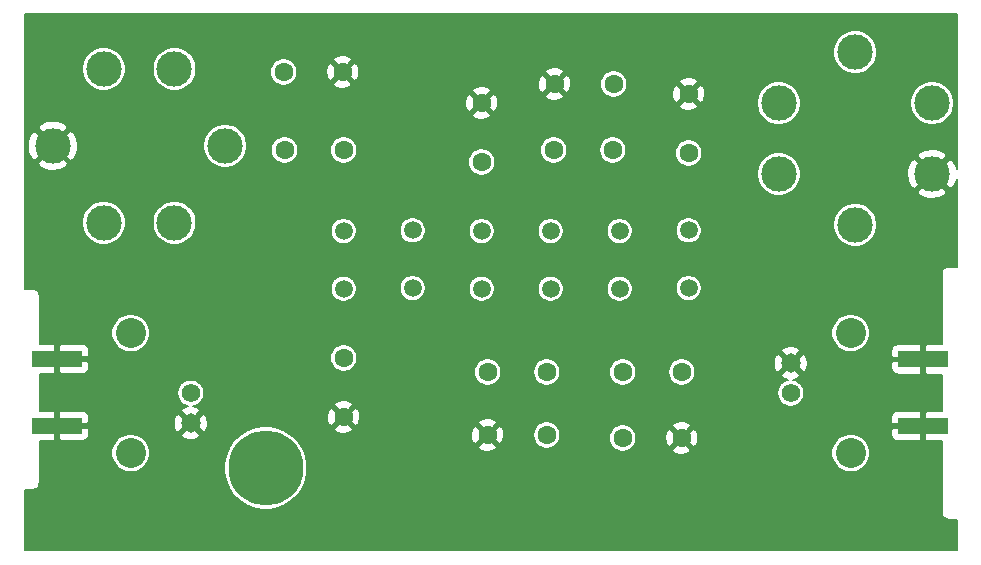
<source format=gbl>
G04 #@! TF.GenerationSoftware,KiCad,Pcbnew,(5.1.10)-1*
G04 #@! TF.CreationDate,2021-09-22T18:51:58-04:00*
G04 #@! TF.ProjectId,SSB6,53534236-2e6b-4696-9361-645f70636258,1*
G04 #@! TF.SameCoordinates,PX8c7ecc0PY46649b0*
G04 #@! TF.FileFunction,Copper,L2,Bot*
G04 #@! TF.FilePolarity,Positive*
%FSLAX46Y46*%
G04 Gerber Fmt 4.6, Leading zero omitted, Abs format (unit mm)*
G04 Created by KiCad (PCBNEW (5.1.10)-1) date 2021-09-22 18:51:58*
%MOMM*%
%LPD*%
G01*
G04 APERTURE LIST*
G04 #@! TA.AperFunction,SMDPad,CuDef*
%ADD10R,4.200000X1.350000*%
G04 #@! TD*
G04 #@! TA.AperFunction,ComponentPad*
%ADD11C,6.350000*%
G04 #@! TD*
G04 #@! TA.AperFunction,ComponentPad*
%ADD12C,2.540000*%
G04 #@! TD*
G04 #@! TA.AperFunction,ComponentPad*
%ADD13C,1.651000*%
G04 #@! TD*
G04 #@! TA.AperFunction,ComponentPad*
%ADD14C,1.574800*%
G04 #@! TD*
G04 #@! TA.AperFunction,ComponentPad*
%ADD15C,1.600000*%
G04 #@! TD*
G04 #@! TA.AperFunction,ComponentPad*
%ADD16C,1.500000*%
G04 #@! TD*
G04 #@! TA.AperFunction,ComponentPad*
%ADD17C,3.000000*%
G04 #@! TD*
G04 #@! TA.AperFunction,ViaPad*
%ADD18C,0.889000*%
G04 #@! TD*
G04 #@! TA.AperFunction,ViaPad*
%ADD19C,1.397000*%
G04 #@! TD*
G04 #@! TA.AperFunction,ViaPad*
%ADD20C,1.676400*%
G04 #@! TD*
G04 #@! TA.AperFunction,Conductor*
%ADD21C,0.203200*%
G04 #@! TD*
G04 #@! TA.AperFunction,Conductor*
%ADD22C,0.150000*%
G04 #@! TD*
G04 APERTURE END LIST*
D10*
X-111613000Y-7714200D03*
X-111613000Y-2064200D03*
X-38283200Y-2089600D03*
X-38283200Y-7739600D03*
D11*
X-93960000Y-11290000D03*
D12*
X-44430000Y-10020000D03*
X-44430000Y140000D03*
D13*
X-49510000Y-2400000D03*
D14*
X-49510000Y-4940000D03*
D15*
X-92436000Y22238000D03*
X-87436000Y22238000D03*
X-92356000Y15634000D03*
X-87356000Y15634000D03*
X-87356000Y-6972000D03*
X-87356000Y-1972000D03*
X-75672000Y14618000D03*
X-75672000Y19618000D03*
X-70164000Y-3162000D03*
X-75164000Y-3162000D03*
X-70164000Y-8496000D03*
X-75164000Y-8496000D03*
X-64576000Y15634000D03*
X-69576000Y15634000D03*
X-64496000Y21222000D03*
X-69496000Y21222000D03*
X-63734000Y-8750000D03*
X-58734000Y-8750000D03*
X-63734000Y-3162000D03*
X-58734000Y-3162000D03*
X-58146000Y20380000D03*
X-58146000Y15380000D03*
D16*
X-87356000Y8776000D03*
X-87356000Y3896000D03*
X-75672000Y8776000D03*
X-75672000Y3896000D03*
X-69830000Y3896000D03*
X-69830000Y8776000D03*
X-63988000Y8776000D03*
X-63988000Y3896000D03*
X-58146000Y8830000D03*
X-58146000Y3950000D03*
X-81514000Y3950000D03*
X-81514000Y8830000D03*
D17*
X-97376000Y15992000D03*
X-111976000Y15992000D03*
X-101676000Y9492000D03*
X-101676000Y22492000D03*
X-107676000Y9492000D03*
X-107676000Y22492000D03*
X-50526000Y13602000D03*
X-37526000Y13602000D03*
X-50526000Y19602000D03*
X-37526000Y19602000D03*
X-44026000Y9302000D03*
X-44026000Y23902000D03*
D14*
X-100310000Y-4940000D03*
D13*
X-100310000Y-7480000D03*
D12*
X-105390000Y-10020000D03*
X-105390000Y140000D03*
D18*
X-111613000Y25159000D03*
X-99040000Y25159000D03*
D19*
X-84308000Y25794000D03*
X-66274000Y25413000D03*
D18*
X-54463000Y25413000D03*
X-39604000Y25540000D03*
X-39604000Y-16116000D03*
D19*
X-54336000Y-1638000D03*
X-91928000Y6236000D03*
D20*
X-53320000Y6236000D03*
D18*
X-99040000Y-16624000D03*
X-111486000Y-16624000D03*
X-111613000Y5855000D03*
X-82276000Y14364000D03*
X-90912000Y25794000D03*
X-48494000Y24524000D03*
X-80498000Y-12052000D03*
X-106914000Y-16624000D03*
X-54336000Y-9258000D03*
D21*
X-35455021Y14033680D02*
X-35461548Y14083277D01*
X-35595108Y14476784D01*
X-35725898Y14721473D01*
X-36031251Y14881223D01*
X-37310474Y13602000D01*
X-36031251Y12322777D01*
X-35725898Y12482527D01*
X-35542088Y12855220D01*
X-35454641Y13181524D01*
X-35451343Y5766100D01*
X-36148176Y5766100D01*
X-36175000Y5768742D01*
X-36201824Y5766100D01*
X-36282054Y5758198D01*
X-36384994Y5726972D01*
X-36479865Y5676262D01*
X-36563019Y5608019D01*
X-36631262Y5524865D01*
X-36681972Y5429994D01*
X-36713198Y5327054D01*
X-36723742Y5220000D01*
X-36721100Y5193176D01*
X-36721100Y-802934D01*
X-37978400Y-805000D01*
X-38130800Y-957400D01*
X-38130800Y-1937200D01*
X-38110800Y-1937200D01*
X-38110800Y-2242000D01*
X-38130800Y-2242000D01*
X-38130800Y-3221800D01*
X-37978400Y-3374200D01*
X-36721100Y-3376266D01*
X-36721099Y-6452934D01*
X-37978400Y-6455000D01*
X-38130800Y-6607400D01*
X-38130800Y-7587200D01*
X-38110800Y-7587200D01*
X-38110800Y-7892000D01*
X-38130800Y-7892000D01*
X-38130800Y-8871800D01*
X-37978400Y-9024200D01*
X-36721099Y-9026266D01*
X-36721099Y-15073165D01*
X-36723742Y-15100000D01*
X-36713198Y-15207054D01*
X-36681972Y-15309994D01*
X-36631262Y-15404865D01*
X-36563019Y-15488019D01*
X-36479865Y-15556262D01*
X-36384994Y-15606972D01*
X-36282054Y-15638198D01*
X-36201824Y-15646100D01*
X-36175000Y-15648742D01*
X-36148176Y-15646100D01*
X-35452577Y-15646100D01*
X-35459626Y-18254778D01*
X-114368900Y-18237023D01*
X-114368900Y-13106100D01*
X-113671824Y-13106100D01*
X-113645000Y-13108742D01*
X-113618176Y-13106100D01*
X-113537946Y-13098198D01*
X-113435006Y-13066972D01*
X-113340135Y-13016262D01*
X-113256981Y-12948019D01*
X-113188738Y-12864865D01*
X-113138028Y-12769994D01*
X-113106802Y-12667054D01*
X-113096258Y-12560000D01*
X-113098900Y-12533176D01*
X-113098900Y-9859892D01*
X-107015600Y-9859892D01*
X-107015600Y-10180108D01*
X-106953130Y-10494170D01*
X-106830588Y-10790011D01*
X-106652686Y-11056260D01*
X-106426260Y-11282686D01*
X-106160011Y-11460588D01*
X-105864170Y-11583130D01*
X-105550108Y-11645600D01*
X-105229892Y-11645600D01*
X-104915830Y-11583130D01*
X-104619989Y-11460588D01*
X-104353740Y-11282686D01*
X-104127314Y-11056260D01*
X-104051146Y-10942266D01*
X-97490600Y-10942266D01*
X-97490600Y-11637734D01*
X-97354921Y-12319838D01*
X-97088777Y-12962366D01*
X-96702396Y-13540626D01*
X-96210626Y-14032396D01*
X-95632366Y-14418777D01*
X-94989838Y-14684921D01*
X-94307734Y-14820600D01*
X-93612266Y-14820600D01*
X-92930162Y-14684921D01*
X-92287634Y-14418777D01*
X-91709374Y-14032396D01*
X-91217604Y-13540626D01*
X-90831223Y-12962366D01*
X-90565079Y-12319838D01*
X-90429400Y-11637734D01*
X-90429400Y-10942266D01*
X-90565079Y-10260162D01*
X-90831223Y-9617634D01*
X-90915810Y-9491040D01*
X-75943514Y-9491040D01*
X-75868423Y-9724833D01*
X-75615155Y-9838648D01*
X-75344548Y-9900866D01*
X-75067003Y-9909095D01*
X-74793186Y-9863020D01*
X-74533619Y-9764411D01*
X-74459577Y-9724833D01*
X-74384486Y-9491040D01*
X-75164000Y-8711526D01*
X-75943514Y-9491040D01*
X-90915810Y-9491040D01*
X-91217604Y-9039374D01*
X-91663981Y-8592997D01*
X-76577095Y-8592997D01*
X-76531020Y-8866814D01*
X-76432411Y-9126381D01*
X-76392833Y-9200423D01*
X-76159040Y-9275514D01*
X-75379526Y-8496000D01*
X-74948474Y-8496000D01*
X-74168960Y-9275514D01*
X-73935167Y-9200423D01*
X-73821352Y-8947155D01*
X-73759134Y-8676548D01*
X-73750905Y-8399003D01*
X-73753735Y-8382183D01*
X-71319600Y-8382183D01*
X-71319600Y-8609817D01*
X-71275191Y-8833076D01*
X-71188079Y-9043382D01*
X-71061613Y-9232652D01*
X-70900652Y-9393613D01*
X-70711382Y-9520079D01*
X-70501076Y-9607191D01*
X-70277817Y-9651600D01*
X-70050183Y-9651600D01*
X-69826924Y-9607191D01*
X-69616618Y-9520079D01*
X-69427348Y-9393613D01*
X-69266387Y-9232652D01*
X-69139921Y-9043382D01*
X-69052809Y-8833076D01*
X-69013645Y-8636183D01*
X-64889600Y-8636183D01*
X-64889600Y-8863817D01*
X-64845191Y-9087076D01*
X-64758079Y-9297382D01*
X-64631613Y-9486652D01*
X-64470652Y-9647613D01*
X-64281382Y-9774079D01*
X-64071076Y-9861191D01*
X-63847817Y-9905600D01*
X-63620183Y-9905600D01*
X-63396924Y-9861191D01*
X-63186618Y-9774079D01*
X-63143159Y-9745040D01*
X-59513514Y-9745040D01*
X-59438423Y-9978833D01*
X-59185155Y-10092648D01*
X-58914548Y-10154866D01*
X-58637003Y-10163095D01*
X-58363186Y-10117020D01*
X-58103619Y-10018411D01*
X-58029577Y-9978833D01*
X-57991375Y-9859892D01*
X-46055600Y-9859892D01*
X-46055600Y-10180108D01*
X-45993130Y-10494170D01*
X-45870588Y-10790011D01*
X-45692686Y-11056260D01*
X-45466260Y-11282686D01*
X-45200011Y-11460588D01*
X-44904170Y-11583130D01*
X-44590108Y-11645600D01*
X-44269892Y-11645600D01*
X-43955830Y-11583130D01*
X-43659989Y-11460588D01*
X-43393740Y-11282686D01*
X-43167314Y-11056260D01*
X-42989412Y-10790011D01*
X-42866870Y-10494170D01*
X-42804400Y-10180108D01*
X-42804400Y-9859892D01*
X-42866870Y-9545830D01*
X-42989412Y-9249989D01*
X-43167314Y-8983740D01*
X-43393740Y-8757314D01*
X-43659989Y-8579412D01*
X-43955830Y-8456870D01*
X-44168338Y-8414600D01*
X-40995750Y-8414600D01*
X-40983980Y-8534103D01*
X-40949122Y-8649013D01*
X-40892517Y-8754915D01*
X-40816338Y-8847738D01*
X-40723515Y-8923917D01*
X-40617613Y-8980522D01*
X-40502703Y-9015380D01*
X-40383200Y-9027150D01*
X-38588000Y-9024200D01*
X-38435600Y-8871800D01*
X-38435600Y-7892000D01*
X-40840400Y-7892000D01*
X-40992800Y-8044400D01*
X-40995750Y-8414600D01*
X-44168338Y-8414600D01*
X-44269892Y-8394400D01*
X-44590108Y-8394400D01*
X-44904170Y-8456870D01*
X-45200011Y-8579412D01*
X-45466260Y-8757314D01*
X-45692686Y-8983740D01*
X-45870588Y-9249989D01*
X-45993130Y-9545830D01*
X-46055600Y-9859892D01*
X-57991375Y-9859892D01*
X-57954486Y-9745040D01*
X-58734000Y-8965526D01*
X-59513514Y-9745040D01*
X-63143159Y-9745040D01*
X-62997348Y-9647613D01*
X-62836387Y-9486652D01*
X-62709921Y-9297382D01*
X-62622809Y-9087076D01*
X-62578400Y-8863817D01*
X-62578400Y-8846997D01*
X-60147095Y-8846997D01*
X-60101020Y-9120814D01*
X-60002411Y-9380381D01*
X-59962833Y-9454423D01*
X-59729040Y-9529514D01*
X-58949526Y-8750000D01*
X-58518474Y-8750000D01*
X-57738960Y-9529514D01*
X-57505167Y-9454423D01*
X-57391352Y-9201155D01*
X-57329134Y-8930548D01*
X-57320905Y-8653003D01*
X-57366980Y-8379186D01*
X-57465589Y-8119619D01*
X-57505167Y-8045577D01*
X-57738960Y-7970486D01*
X-58518474Y-8750000D01*
X-58949526Y-8750000D01*
X-59729040Y-7970486D01*
X-59962833Y-8045577D01*
X-60076648Y-8298845D01*
X-60138866Y-8569452D01*
X-60147095Y-8846997D01*
X-62578400Y-8846997D01*
X-62578400Y-8636183D01*
X-62622809Y-8412924D01*
X-62709921Y-8202618D01*
X-62836387Y-8013348D01*
X-62997348Y-7852387D01*
X-63143158Y-7754960D01*
X-59513514Y-7754960D01*
X-58734000Y-8534474D01*
X-57954486Y-7754960D01*
X-58029577Y-7521167D01*
X-58282845Y-7407352D01*
X-58553452Y-7345134D01*
X-58830997Y-7336905D01*
X-59104814Y-7382980D01*
X-59364381Y-7481589D01*
X-59438423Y-7521167D01*
X-59513514Y-7754960D01*
X-63143158Y-7754960D01*
X-63186618Y-7725921D01*
X-63396924Y-7638809D01*
X-63620183Y-7594400D01*
X-63847817Y-7594400D01*
X-64071076Y-7638809D01*
X-64281382Y-7725921D01*
X-64470652Y-7852387D01*
X-64631613Y-8013348D01*
X-64758079Y-8202618D01*
X-64845191Y-8412924D01*
X-64889600Y-8636183D01*
X-69013645Y-8636183D01*
X-69008400Y-8609817D01*
X-69008400Y-8382183D01*
X-69052809Y-8158924D01*
X-69139921Y-7948618D01*
X-69266387Y-7759348D01*
X-69427348Y-7598387D01*
X-69616618Y-7471921D01*
X-69826924Y-7384809D01*
X-70050183Y-7340400D01*
X-70277817Y-7340400D01*
X-70501076Y-7384809D01*
X-70711382Y-7471921D01*
X-70900652Y-7598387D01*
X-71061613Y-7759348D01*
X-71188079Y-7948618D01*
X-71275191Y-8158924D01*
X-71319600Y-8382183D01*
X-73753735Y-8382183D01*
X-73796980Y-8125186D01*
X-73895589Y-7865619D01*
X-73935167Y-7791577D01*
X-74168960Y-7716486D01*
X-74948474Y-8496000D01*
X-75379526Y-8496000D01*
X-76159040Y-7716486D01*
X-76392833Y-7791577D01*
X-76506648Y-8044845D01*
X-76568866Y-8315452D01*
X-76577095Y-8592997D01*
X-91663981Y-8592997D01*
X-91709374Y-8547604D01*
X-92287634Y-8161223D01*
X-92756432Y-7967040D01*
X-88135514Y-7967040D01*
X-88060423Y-8200833D01*
X-87807155Y-8314648D01*
X-87536548Y-8376866D01*
X-87259003Y-8385095D01*
X-86985186Y-8339020D01*
X-86725619Y-8240411D01*
X-86651577Y-8200833D01*
X-86576486Y-7967040D01*
X-87356000Y-7187526D01*
X-88135514Y-7967040D01*
X-92756432Y-7967040D01*
X-92930162Y-7895079D01*
X-93612266Y-7759400D01*
X-94307734Y-7759400D01*
X-94989838Y-7895079D01*
X-95632366Y-8161223D01*
X-96210626Y-8547604D01*
X-96702396Y-9039374D01*
X-97088777Y-9617634D01*
X-97354921Y-10260162D01*
X-97490600Y-10942266D01*
X-104051146Y-10942266D01*
X-103949412Y-10790011D01*
X-103826870Y-10494170D01*
X-103764400Y-10180108D01*
X-103764400Y-9859892D01*
X-103826870Y-9545830D01*
X-103949412Y-9249989D01*
X-104127314Y-8983740D01*
X-104353740Y-8757314D01*
X-104619989Y-8579412D01*
X-104827904Y-8493290D01*
X-101107764Y-8493290D01*
X-101029571Y-8729683D01*
X-100771944Y-8846052D01*
X-100496564Y-8909924D01*
X-100214015Y-8918846D01*
X-99935154Y-8872473D01*
X-99670699Y-8772588D01*
X-99590429Y-8729683D01*
X-99512236Y-8493290D01*
X-100310000Y-7695526D01*
X-101107764Y-8493290D01*
X-104827904Y-8493290D01*
X-104915830Y-8456870D01*
X-105229892Y-8394400D01*
X-105550108Y-8394400D01*
X-105864170Y-8456870D01*
X-106160011Y-8579412D01*
X-106426260Y-8757314D01*
X-106652686Y-8983740D01*
X-106830588Y-9249989D01*
X-106953130Y-9545830D01*
X-107015600Y-9859892D01*
X-113098900Y-9859892D01*
X-113098900Y-9000741D01*
X-111917800Y-8998800D01*
X-111765400Y-8846400D01*
X-111765400Y-7866600D01*
X-111460600Y-7866600D01*
X-111460600Y-8846400D01*
X-111308200Y-8998800D01*
X-109513000Y-9001750D01*
X-109393497Y-8989980D01*
X-109278587Y-8955122D01*
X-109172685Y-8898517D01*
X-109079862Y-8822338D01*
X-109003683Y-8729515D01*
X-108947078Y-8623613D01*
X-108912220Y-8508703D01*
X-108900450Y-8389200D01*
X-108903400Y-8019000D01*
X-109055800Y-7866600D01*
X-111460600Y-7866600D01*
X-111765400Y-7866600D01*
X-111785400Y-7866600D01*
X-111785400Y-7575985D01*
X-101748846Y-7575985D01*
X-101702473Y-7854846D01*
X-101602588Y-8119301D01*
X-101559683Y-8199571D01*
X-101323290Y-8277764D01*
X-100525526Y-7480000D01*
X-100094474Y-7480000D01*
X-99296710Y-8277764D01*
X-99060317Y-8199571D01*
X-98943948Y-7941944D01*
X-98880076Y-7666564D01*
X-98871154Y-7384015D01*
X-98917527Y-7105154D01*
X-98931183Y-7068997D01*
X-88769095Y-7068997D01*
X-88723020Y-7342814D01*
X-88624411Y-7602381D01*
X-88584833Y-7676423D01*
X-88351040Y-7751514D01*
X-87571526Y-6972000D01*
X-87140474Y-6972000D01*
X-86360960Y-7751514D01*
X-86127167Y-7676423D01*
X-86048317Y-7500960D01*
X-75943514Y-7500960D01*
X-75164000Y-8280474D01*
X-74384486Y-7500960D01*
X-74459577Y-7267167D01*
X-74712845Y-7153352D01*
X-74983452Y-7091134D01*
X-75260997Y-7082905D01*
X-75534814Y-7128980D01*
X-75794381Y-7227589D01*
X-75868423Y-7267167D01*
X-75943514Y-7500960D01*
X-86048317Y-7500960D01*
X-86013352Y-7423155D01*
X-85951134Y-7152548D01*
X-85948527Y-7064600D01*
X-40995750Y-7064600D01*
X-40992800Y-7434800D01*
X-40840400Y-7587200D01*
X-38435600Y-7587200D01*
X-38435600Y-6607400D01*
X-38588000Y-6455000D01*
X-40383200Y-6452050D01*
X-40502703Y-6463820D01*
X-40617613Y-6498678D01*
X-40723515Y-6555283D01*
X-40816338Y-6631462D01*
X-40892517Y-6724285D01*
X-40949122Y-6830187D01*
X-40983980Y-6945097D01*
X-40995750Y-7064600D01*
X-85948527Y-7064600D01*
X-85942905Y-6875003D01*
X-85988980Y-6601186D01*
X-86087589Y-6341619D01*
X-86127167Y-6267577D01*
X-86360960Y-6192486D01*
X-87140474Y-6972000D01*
X-87571526Y-6972000D01*
X-88351040Y-6192486D01*
X-88584833Y-6267577D01*
X-88698648Y-6520845D01*
X-88760866Y-6791452D01*
X-88769095Y-7068997D01*
X-98931183Y-7068997D01*
X-99017412Y-6840699D01*
X-99060317Y-6760429D01*
X-99296710Y-6682236D01*
X-100094474Y-7480000D01*
X-100525526Y-7480000D01*
X-101323290Y-6682236D01*
X-101559683Y-6760429D01*
X-101676052Y-7018056D01*
X-101739924Y-7293436D01*
X-101748846Y-7575985D01*
X-111785400Y-7575985D01*
X-111785400Y-7561800D01*
X-111765400Y-7561800D01*
X-111765400Y-6582000D01*
X-111460600Y-6582000D01*
X-111460600Y-7561800D01*
X-109055800Y-7561800D01*
X-108903400Y-7409400D01*
X-108900450Y-7039200D01*
X-108912220Y-6919697D01*
X-108947078Y-6804787D01*
X-109003683Y-6698885D01*
X-109079862Y-6606062D01*
X-109172685Y-6529883D01*
X-109278587Y-6473278D01*
X-109393497Y-6438420D01*
X-109513000Y-6426650D01*
X-111308200Y-6429600D01*
X-111460600Y-6582000D01*
X-111765400Y-6582000D01*
X-111917800Y-6429600D01*
X-113098900Y-6427659D01*
X-113098900Y-4827424D01*
X-101453000Y-4827424D01*
X-101453000Y-5052576D01*
X-101409075Y-5273401D01*
X-101322913Y-5481413D01*
X-101197826Y-5668620D01*
X-101038620Y-5827826D01*
X-100851413Y-5952913D01*
X-100643401Y-6039075D01*
X-100529603Y-6061711D01*
X-100684846Y-6087527D01*
X-100949301Y-6187412D01*
X-101029571Y-6230317D01*
X-101107764Y-6466710D01*
X-100310000Y-7264474D01*
X-99512236Y-6466710D01*
X-99590429Y-6230317D01*
X-99848056Y-6113948D01*
X-100081179Y-6059877D01*
X-99976599Y-6039075D01*
X-99826642Y-5976960D01*
X-88135514Y-5976960D01*
X-87356000Y-6756474D01*
X-86576486Y-5976960D01*
X-86651577Y-5743167D01*
X-86904845Y-5629352D01*
X-87175452Y-5567134D01*
X-87452997Y-5558905D01*
X-87726814Y-5604980D01*
X-87986381Y-5703589D01*
X-88060423Y-5743167D01*
X-88135514Y-5976960D01*
X-99826642Y-5976960D01*
X-99768587Y-5952913D01*
X-99581380Y-5827826D01*
X-99422174Y-5668620D01*
X-99297087Y-5481413D01*
X-99210925Y-5273401D01*
X-99167000Y-5052576D01*
X-99167000Y-4827424D01*
X-50653000Y-4827424D01*
X-50653000Y-5052576D01*
X-50609075Y-5273401D01*
X-50522913Y-5481413D01*
X-50397826Y-5668620D01*
X-50238620Y-5827826D01*
X-50051413Y-5952913D01*
X-49843401Y-6039075D01*
X-49622576Y-6083000D01*
X-49397424Y-6083000D01*
X-49176599Y-6039075D01*
X-48968587Y-5952913D01*
X-48781380Y-5827826D01*
X-48622174Y-5668620D01*
X-48497087Y-5481413D01*
X-48410925Y-5273401D01*
X-48367000Y-5052576D01*
X-48367000Y-4827424D01*
X-48410925Y-4606599D01*
X-48497087Y-4398587D01*
X-48622174Y-4211380D01*
X-48781380Y-4052174D01*
X-48968587Y-3927087D01*
X-49176599Y-3840925D01*
X-49290397Y-3818289D01*
X-49135154Y-3792473D01*
X-48870699Y-3692588D01*
X-48790429Y-3649683D01*
X-48712236Y-3413290D01*
X-49510000Y-2615526D01*
X-50307764Y-3413290D01*
X-50229571Y-3649683D01*
X-49971944Y-3766052D01*
X-49738821Y-3820123D01*
X-49843401Y-3840925D01*
X-50051413Y-3927087D01*
X-50238620Y-4052174D01*
X-50397826Y-4211380D01*
X-50522913Y-4398587D01*
X-50609075Y-4606599D01*
X-50653000Y-4827424D01*
X-99167000Y-4827424D01*
X-99210925Y-4606599D01*
X-99297087Y-4398587D01*
X-99422174Y-4211380D01*
X-99581380Y-4052174D01*
X-99768587Y-3927087D01*
X-99976599Y-3840925D01*
X-100197424Y-3797000D01*
X-100422576Y-3797000D01*
X-100643401Y-3840925D01*
X-100851413Y-3927087D01*
X-101038620Y-4052174D01*
X-101197826Y-4211380D01*
X-101322913Y-4398587D01*
X-101409075Y-4606599D01*
X-101453000Y-4827424D01*
X-113098900Y-4827424D01*
X-113098900Y-3350741D01*
X-111917800Y-3348800D01*
X-111765400Y-3196400D01*
X-111765400Y-2216600D01*
X-111460600Y-2216600D01*
X-111460600Y-3196400D01*
X-111308200Y-3348800D01*
X-109513000Y-3351750D01*
X-109393497Y-3339980D01*
X-109278587Y-3305122D01*
X-109172685Y-3248517D01*
X-109079862Y-3172338D01*
X-109003683Y-3079515D01*
X-108947078Y-2973613D01*
X-108912220Y-2858703D01*
X-108900450Y-2739200D01*
X-108903400Y-2369000D01*
X-109055800Y-2216600D01*
X-111460600Y-2216600D01*
X-111765400Y-2216600D01*
X-111785400Y-2216600D01*
X-111785400Y-1911800D01*
X-111765400Y-1911800D01*
X-111765400Y-932000D01*
X-111460600Y-932000D01*
X-111460600Y-1911800D01*
X-109055800Y-1911800D01*
X-109002183Y-1858183D01*
X-88511600Y-1858183D01*
X-88511600Y-2085817D01*
X-88467191Y-2309076D01*
X-88380079Y-2519382D01*
X-88253613Y-2708652D01*
X-88092652Y-2869613D01*
X-87903382Y-2996079D01*
X-87693076Y-3083191D01*
X-87469817Y-3127600D01*
X-87242183Y-3127600D01*
X-87018924Y-3083191D01*
X-86934408Y-3048183D01*
X-76319600Y-3048183D01*
X-76319600Y-3275817D01*
X-76275191Y-3499076D01*
X-76188079Y-3709382D01*
X-76061613Y-3898652D01*
X-75900652Y-4059613D01*
X-75711382Y-4186079D01*
X-75501076Y-4273191D01*
X-75277817Y-4317600D01*
X-75050183Y-4317600D01*
X-74826924Y-4273191D01*
X-74616618Y-4186079D01*
X-74427348Y-4059613D01*
X-74266387Y-3898652D01*
X-74139921Y-3709382D01*
X-74052809Y-3499076D01*
X-74008400Y-3275817D01*
X-74008400Y-3048183D01*
X-71319600Y-3048183D01*
X-71319600Y-3275817D01*
X-71275191Y-3499076D01*
X-71188079Y-3709382D01*
X-71061613Y-3898652D01*
X-70900652Y-4059613D01*
X-70711382Y-4186079D01*
X-70501076Y-4273191D01*
X-70277817Y-4317600D01*
X-70050183Y-4317600D01*
X-69826924Y-4273191D01*
X-69616618Y-4186079D01*
X-69427348Y-4059613D01*
X-69266387Y-3898652D01*
X-69139921Y-3709382D01*
X-69052809Y-3499076D01*
X-69008400Y-3275817D01*
X-69008400Y-3048183D01*
X-64889600Y-3048183D01*
X-64889600Y-3275817D01*
X-64845191Y-3499076D01*
X-64758079Y-3709382D01*
X-64631613Y-3898652D01*
X-64470652Y-4059613D01*
X-64281382Y-4186079D01*
X-64071076Y-4273191D01*
X-63847817Y-4317600D01*
X-63620183Y-4317600D01*
X-63396924Y-4273191D01*
X-63186618Y-4186079D01*
X-62997348Y-4059613D01*
X-62836387Y-3898652D01*
X-62709921Y-3709382D01*
X-62622809Y-3499076D01*
X-62578400Y-3275817D01*
X-62578400Y-3048183D01*
X-59889600Y-3048183D01*
X-59889600Y-3275817D01*
X-59845191Y-3499076D01*
X-59758079Y-3709382D01*
X-59631613Y-3898652D01*
X-59470652Y-4059613D01*
X-59281382Y-4186079D01*
X-59071076Y-4273191D01*
X-58847817Y-4317600D01*
X-58620183Y-4317600D01*
X-58396924Y-4273191D01*
X-58186618Y-4186079D01*
X-57997348Y-4059613D01*
X-57836387Y-3898652D01*
X-57709921Y-3709382D01*
X-57622809Y-3499076D01*
X-57578400Y-3275817D01*
X-57578400Y-3048183D01*
X-57622809Y-2824924D01*
X-57709921Y-2614618D01*
X-57789188Y-2495985D01*
X-50948846Y-2495985D01*
X-50902473Y-2774846D01*
X-50802588Y-3039301D01*
X-50759683Y-3119571D01*
X-50523290Y-3197764D01*
X-49725526Y-2400000D01*
X-49294474Y-2400000D01*
X-48496710Y-3197764D01*
X-48260317Y-3119571D01*
X-48143948Y-2861944D01*
X-48121370Y-2764600D01*
X-40995750Y-2764600D01*
X-40983980Y-2884103D01*
X-40949122Y-2999013D01*
X-40892517Y-3104915D01*
X-40816338Y-3197738D01*
X-40723515Y-3273917D01*
X-40617613Y-3330522D01*
X-40502703Y-3365380D01*
X-40383200Y-3377150D01*
X-38588000Y-3374200D01*
X-38435600Y-3221800D01*
X-38435600Y-2242000D01*
X-40840400Y-2242000D01*
X-40992800Y-2394400D01*
X-40995750Y-2764600D01*
X-48121370Y-2764600D01*
X-48080076Y-2586564D01*
X-48071154Y-2304015D01*
X-48117527Y-2025154D01*
X-48217412Y-1760699D01*
X-48260317Y-1680429D01*
X-48496710Y-1602236D01*
X-49294474Y-2400000D01*
X-49725526Y-2400000D01*
X-50523290Y-1602236D01*
X-50759683Y-1680429D01*
X-50876052Y-1938056D01*
X-50939924Y-2213436D01*
X-50948846Y-2495985D01*
X-57789188Y-2495985D01*
X-57836387Y-2425348D01*
X-57997348Y-2264387D01*
X-58186618Y-2137921D01*
X-58396924Y-2050809D01*
X-58620183Y-2006400D01*
X-58847817Y-2006400D01*
X-59071076Y-2050809D01*
X-59281382Y-2137921D01*
X-59470652Y-2264387D01*
X-59631613Y-2425348D01*
X-59758079Y-2614618D01*
X-59845191Y-2824924D01*
X-59889600Y-3048183D01*
X-62578400Y-3048183D01*
X-62622809Y-2824924D01*
X-62709921Y-2614618D01*
X-62836387Y-2425348D01*
X-62997348Y-2264387D01*
X-63186618Y-2137921D01*
X-63396924Y-2050809D01*
X-63620183Y-2006400D01*
X-63847817Y-2006400D01*
X-64071076Y-2050809D01*
X-64281382Y-2137921D01*
X-64470652Y-2264387D01*
X-64631613Y-2425348D01*
X-64758079Y-2614618D01*
X-64845191Y-2824924D01*
X-64889600Y-3048183D01*
X-69008400Y-3048183D01*
X-69052809Y-2824924D01*
X-69139921Y-2614618D01*
X-69266387Y-2425348D01*
X-69427348Y-2264387D01*
X-69616618Y-2137921D01*
X-69826924Y-2050809D01*
X-70050183Y-2006400D01*
X-70277817Y-2006400D01*
X-70501076Y-2050809D01*
X-70711382Y-2137921D01*
X-70900652Y-2264387D01*
X-71061613Y-2425348D01*
X-71188079Y-2614618D01*
X-71275191Y-2824924D01*
X-71319600Y-3048183D01*
X-74008400Y-3048183D01*
X-74052809Y-2824924D01*
X-74139921Y-2614618D01*
X-74266387Y-2425348D01*
X-74427348Y-2264387D01*
X-74616618Y-2137921D01*
X-74826924Y-2050809D01*
X-75050183Y-2006400D01*
X-75277817Y-2006400D01*
X-75501076Y-2050809D01*
X-75711382Y-2137921D01*
X-75900652Y-2264387D01*
X-76061613Y-2425348D01*
X-76188079Y-2614618D01*
X-76275191Y-2824924D01*
X-76319600Y-3048183D01*
X-86934408Y-3048183D01*
X-86808618Y-2996079D01*
X-86619348Y-2869613D01*
X-86458387Y-2708652D01*
X-86331921Y-2519382D01*
X-86244809Y-2309076D01*
X-86200400Y-2085817D01*
X-86200400Y-1858183D01*
X-86244809Y-1634924D01*
X-86331921Y-1424618D01*
X-86357250Y-1386710D01*
X-50307764Y-1386710D01*
X-49510000Y-2184474D01*
X-48712236Y-1386710D01*
X-48790429Y-1150317D01*
X-49048056Y-1033948D01*
X-49323436Y-970076D01*
X-49605985Y-961154D01*
X-49884846Y-1007527D01*
X-50149301Y-1107412D01*
X-50229571Y-1150317D01*
X-50307764Y-1386710D01*
X-86357250Y-1386710D01*
X-86458387Y-1235348D01*
X-86619348Y-1074387D01*
X-86808618Y-947921D01*
X-87018924Y-860809D01*
X-87242183Y-816400D01*
X-87469817Y-816400D01*
X-87693076Y-860809D01*
X-87903382Y-947921D01*
X-88092652Y-1074387D01*
X-88253613Y-1235348D01*
X-88380079Y-1424618D01*
X-88467191Y-1634924D01*
X-88511600Y-1858183D01*
X-109002183Y-1858183D01*
X-108903400Y-1759400D01*
X-108900450Y-1389200D01*
X-108912220Y-1269697D01*
X-108947078Y-1154787D01*
X-109003683Y-1048885D01*
X-109079862Y-956062D01*
X-109172685Y-879883D01*
X-109278587Y-823278D01*
X-109393497Y-788420D01*
X-109513000Y-776650D01*
X-111308200Y-779600D01*
X-111460600Y-932000D01*
X-111765400Y-932000D01*
X-111917800Y-779600D01*
X-113098900Y-777659D01*
X-113098900Y300108D01*
X-107015600Y300108D01*
X-107015600Y-20108D01*
X-106953130Y-334170D01*
X-106830588Y-630011D01*
X-106652686Y-896260D01*
X-106426260Y-1122686D01*
X-106160011Y-1300588D01*
X-105864170Y-1423130D01*
X-105550108Y-1485600D01*
X-105229892Y-1485600D01*
X-104915830Y-1423130D01*
X-104619989Y-1300588D01*
X-104353740Y-1122686D01*
X-104127314Y-896260D01*
X-103949412Y-630011D01*
X-103826870Y-334170D01*
X-103764400Y-20108D01*
X-103764400Y300108D01*
X-46055600Y300108D01*
X-46055600Y-20108D01*
X-45993130Y-334170D01*
X-45870588Y-630011D01*
X-45692686Y-896260D01*
X-45466260Y-1122686D01*
X-45200011Y-1300588D01*
X-44904170Y-1423130D01*
X-44590108Y-1485600D01*
X-44269892Y-1485600D01*
X-43955830Y-1423130D01*
X-43935237Y-1414600D01*
X-40995750Y-1414600D01*
X-40992800Y-1784800D01*
X-40840400Y-1937200D01*
X-38435600Y-1937200D01*
X-38435600Y-957400D01*
X-38588000Y-805000D01*
X-40383200Y-802050D01*
X-40502703Y-813820D01*
X-40617613Y-848678D01*
X-40723515Y-905283D01*
X-40816338Y-981462D01*
X-40892517Y-1074285D01*
X-40949122Y-1180187D01*
X-40983980Y-1295097D01*
X-40995750Y-1414600D01*
X-43935237Y-1414600D01*
X-43659989Y-1300588D01*
X-43393740Y-1122686D01*
X-43167314Y-896260D01*
X-42989412Y-630011D01*
X-42866870Y-334170D01*
X-42804400Y-20108D01*
X-42804400Y300108D01*
X-42866870Y614170D01*
X-42989412Y910011D01*
X-43167314Y1176260D01*
X-43393740Y1402686D01*
X-43659989Y1580588D01*
X-43955830Y1703130D01*
X-44269892Y1765600D01*
X-44590108Y1765600D01*
X-44904170Y1703130D01*
X-45200011Y1580588D01*
X-45466260Y1402686D01*
X-45692686Y1176260D01*
X-45870588Y910011D01*
X-45993130Y614170D01*
X-46055600Y300108D01*
X-103764400Y300108D01*
X-103826870Y614170D01*
X-103949412Y910011D01*
X-104127314Y1176260D01*
X-104353740Y1402686D01*
X-104619989Y1580588D01*
X-104915830Y1703130D01*
X-105229892Y1765600D01*
X-105550108Y1765600D01*
X-105864170Y1703130D01*
X-106160011Y1580588D01*
X-106426260Y1402686D01*
X-106652686Y1176260D01*
X-106830588Y910011D01*
X-106953130Y614170D01*
X-107015600Y300108D01*
X-113098900Y300108D01*
X-113098900Y3288177D01*
X-113096258Y3315000D01*
X-113106802Y3422054D01*
X-113138028Y3524994D01*
X-113188738Y3619865D01*
X-113256981Y3703019D01*
X-113340135Y3771262D01*
X-113435006Y3821972D01*
X-113537946Y3853198D01*
X-113618176Y3861100D01*
X-113645000Y3863742D01*
X-113671824Y3861100D01*
X-114368900Y3861100D01*
X-114368900Y4004892D01*
X-88461600Y4004892D01*
X-88461600Y3787108D01*
X-88419113Y3573508D01*
X-88335770Y3372302D01*
X-88214776Y3191221D01*
X-88060779Y3037224D01*
X-87879698Y2916230D01*
X-87678492Y2832887D01*
X-87464892Y2790400D01*
X-87247108Y2790400D01*
X-87033508Y2832887D01*
X-86832302Y2916230D01*
X-86651221Y3037224D01*
X-86497224Y3191221D01*
X-86376230Y3372302D01*
X-86292887Y3573508D01*
X-86250400Y3787108D01*
X-86250400Y4004892D01*
X-86261141Y4058892D01*
X-82619600Y4058892D01*
X-82619600Y3841108D01*
X-82577113Y3627508D01*
X-82493770Y3426302D01*
X-82372776Y3245221D01*
X-82218779Y3091224D01*
X-82037698Y2970230D01*
X-81836492Y2886887D01*
X-81622892Y2844400D01*
X-81405108Y2844400D01*
X-81191508Y2886887D01*
X-80990302Y2970230D01*
X-80809221Y3091224D01*
X-80655224Y3245221D01*
X-80534230Y3426302D01*
X-80450887Y3627508D01*
X-80408400Y3841108D01*
X-80408400Y4004892D01*
X-76777600Y4004892D01*
X-76777600Y3787108D01*
X-76735113Y3573508D01*
X-76651770Y3372302D01*
X-76530776Y3191221D01*
X-76376779Y3037224D01*
X-76195698Y2916230D01*
X-75994492Y2832887D01*
X-75780892Y2790400D01*
X-75563108Y2790400D01*
X-75349508Y2832887D01*
X-75148302Y2916230D01*
X-74967221Y3037224D01*
X-74813224Y3191221D01*
X-74692230Y3372302D01*
X-74608887Y3573508D01*
X-74566400Y3787108D01*
X-74566400Y4004892D01*
X-70935600Y4004892D01*
X-70935600Y3787108D01*
X-70893113Y3573508D01*
X-70809770Y3372302D01*
X-70688776Y3191221D01*
X-70534779Y3037224D01*
X-70353698Y2916230D01*
X-70152492Y2832887D01*
X-69938892Y2790400D01*
X-69721108Y2790400D01*
X-69507508Y2832887D01*
X-69306302Y2916230D01*
X-69125221Y3037224D01*
X-68971224Y3191221D01*
X-68850230Y3372302D01*
X-68766887Y3573508D01*
X-68724400Y3787108D01*
X-68724400Y4004892D01*
X-65093600Y4004892D01*
X-65093600Y3787108D01*
X-65051113Y3573508D01*
X-64967770Y3372302D01*
X-64846776Y3191221D01*
X-64692779Y3037224D01*
X-64511698Y2916230D01*
X-64310492Y2832887D01*
X-64096892Y2790400D01*
X-63879108Y2790400D01*
X-63665508Y2832887D01*
X-63464302Y2916230D01*
X-63283221Y3037224D01*
X-63129224Y3191221D01*
X-63008230Y3372302D01*
X-62924887Y3573508D01*
X-62882400Y3787108D01*
X-62882400Y4004892D01*
X-62893141Y4058892D01*
X-59251600Y4058892D01*
X-59251600Y3841108D01*
X-59209113Y3627508D01*
X-59125770Y3426302D01*
X-59004776Y3245221D01*
X-58850779Y3091224D01*
X-58669698Y2970230D01*
X-58468492Y2886887D01*
X-58254892Y2844400D01*
X-58037108Y2844400D01*
X-57823508Y2886887D01*
X-57622302Y2970230D01*
X-57441221Y3091224D01*
X-57287224Y3245221D01*
X-57166230Y3426302D01*
X-57082887Y3627508D01*
X-57040400Y3841108D01*
X-57040400Y4058892D01*
X-57082887Y4272492D01*
X-57166230Y4473698D01*
X-57287224Y4654779D01*
X-57441221Y4808776D01*
X-57622302Y4929770D01*
X-57823508Y5013113D01*
X-58037108Y5055600D01*
X-58254892Y5055600D01*
X-58468492Y5013113D01*
X-58669698Y4929770D01*
X-58850779Y4808776D01*
X-59004776Y4654779D01*
X-59125770Y4473698D01*
X-59209113Y4272492D01*
X-59251600Y4058892D01*
X-62893141Y4058892D01*
X-62924887Y4218492D01*
X-63008230Y4419698D01*
X-63129224Y4600779D01*
X-63283221Y4754776D01*
X-63464302Y4875770D01*
X-63665508Y4959113D01*
X-63879108Y5001600D01*
X-64096892Y5001600D01*
X-64310492Y4959113D01*
X-64511698Y4875770D01*
X-64692779Y4754776D01*
X-64846776Y4600779D01*
X-64967770Y4419698D01*
X-65051113Y4218492D01*
X-65093600Y4004892D01*
X-68724400Y4004892D01*
X-68766887Y4218492D01*
X-68850230Y4419698D01*
X-68971224Y4600779D01*
X-69125221Y4754776D01*
X-69306302Y4875770D01*
X-69507508Y4959113D01*
X-69721108Y5001600D01*
X-69938892Y5001600D01*
X-70152492Y4959113D01*
X-70353698Y4875770D01*
X-70534779Y4754776D01*
X-70688776Y4600779D01*
X-70809770Y4419698D01*
X-70893113Y4218492D01*
X-70935600Y4004892D01*
X-74566400Y4004892D01*
X-74608887Y4218492D01*
X-74692230Y4419698D01*
X-74813224Y4600779D01*
X-74967221Y4754776D01*
X-75148302Y4875770D01*
X-75349508Y4959113D01*
X-75563108Y5001600D01*
X-75780892Y5001600D01*
X-75994492Y4959113D01*
X-76195698Y4875770D01*
X-76376779Y4754776D01*
X-76530776Y4600779D01*
X-76651770Y4419698D01*
X-76735113Y4218492D01*
X-76777600Y4004892D01*
X-80408400Y4004892D01*
X-80408400Y4058892D01*
X-80450887Y4272492D01*
X-80534230Y4473698D01*
X-80655224Y4654779D01*
X-80809221Y4808776D01*
X-80990302Y4929770D01*
X-81191508Y5013113D01*
X-81405108Y5055600D01*
X-81622892Y5055600D01*
X-81836492Y5013113D01*
X-82037698Y4929770D01*
X-82218779Y4808776D01*
X-82372776Y4654779D01*
X-82493770Y4473698D01*
X-82577113Y4272492D01*
X-82619600Y4058892D01*
X-86261141Y4058892D01*
X-86292887Y4218492D01*
X-86376230Y4419698D01*
X-86497224Y4600779D01*
X-86651221Y4754776D01*
X-86832302Y4875770D01*
X-87033508Y4959113D01*
X-87247108Y5001600D01*
X-87464892Y5001600D01*
X-87678492Y4959113D01*
X-87879698Y4875770D01*
X-88060779Y4754776D01*
X-88214776Y4600779D01*
X-88335770Y4419698D01*
X-88419113Y4218492D01*
X-88461600Y4004892D01*
X-114368900Y4004892D01*
X-114368900Y9674761D01*
X-109531600Y9674761D01*
X-109531600Y9309239D01*
X-109460290Y8950742D01*
X-109320411Y8613044D01*
X-109117338Y8309124D01*
X-108858876Y8050662D01*
X-108554956Y7847589D01*
X-108217258Y7707710D01*
X-107858761Y7636400D01*
X-107493239Y7636400D01*
X-107134742Y7707710D01*
X-106797044Y7847589D01*
X-106493124Y8050662D01*
X-106234662Y8309124D01*
X-106031589Y8613044D01*
X-105891710Y8950742D01*
X-105820400Y9309239D01*
X-105820400Y9674761D01*
X-103531600Y9674761D01*
X-103531600Y9309239D01*
X-103460290Y8950742D01*
X-103320411Y8613044D01*
X-103117338Y8309124D01*
X-102858876Y8050662D01*
X-102554956Y7847589D01*
X-102217258Y7707710D01*
X-101858761Y7636400D01*
X-101493239Y7636400D01*
X-101134742Y7707710D01*
X-100797044Y7847589D01*
X-100493124Y8050662D01*
X-100234662Y8309124D01*
X-100031589Y8613044D01*
X-99918986Y8884892D01*
X-88461600Y8884892D01*
X-88461600Y8667108D01*
X-88419113Y8453508D01*
X-88335770Y8252302D01*
X-88214776Y8071221D01*
X-88060779Y7917224D01*
X-87879698Y7796230D01*
X-87678492Y7712887D01*
X-87464892Y7670400D01*
X-87247108Y7670400D01*
X-87033508Y7712887D01*
X-86832302Y7796230D01*
X-86651221Y7917224D01*
X-86497224Y8071221D01*
X-86376230Y8252302D01*
X-86292887Y8453508D01*
X-86250400Y8667108D01*
X-86250400Y8884892D01*
X-86261141Y8938892D01*
X-82619600Y8938892D01*
X-82619600Y8721108D01*
X-82577113Y8507508D01*
X-82493770Y8306302D01*
X-82372776Y8125221D01*
X-82218779Y7971224D01*
X-82037698Y7850230D01*
X-81836492Y7766887D01*
X-81622892Y7724400D01*
X-81405108Y7724400D01*
X-81191508Y7766887D01*
X-80990302Y7850230D01*
X-80809221Y7971224D01*
X-80655224Y8125221D01*
X-80534230Y8306302D01*
X-80450887Y8507508D01*
X-80408400Y8721108D01*
X-80408400Y8884892D01*
X-76777600Y8884892D01*
X-76777600Y8667108D01*
X-76735113Y8453508D01*
X-76651770Y8252302D01*
X-76530776Y8071221D01*
X-76376779Y7917224D01*
X-76195698Y7796230D01*
X-75994492Y7712887D01*
X-75780892Y7670400D01*
X-75563108Y7670400D01*
X-75349508Y7712887D01*
X-75148302Y7796230D01*
X-74967221Y7917224D01*
X-74813224Y8071221D01*
X-74692230Y8252302D01*
X-74608887Y8453508D01*
X-74566400Y8667108D01*
X-74566400Y8884892D01*
X-70935600Y8884892D01*
X-70935600Y8667108D01*
X-70893113Y8453508D01*
X-70809770Y8252302D01*
X-70688776Y8071221D01*
X-70534779Y7917224D01*
X-70353698Y7796230D01*
X-70152492Y7712887D01*
X-69938892Y7670400D01*
X-69721108Y7670400D01*
X-69507508Y7712887D01*
X-69306302Y7796230D01*
X-69125221Y7917224D01*
X-68971224Y8071221D01*
X-68850230Y8252302D01*
X-68766887Y8453508D01*
X-68724400Y8667108D01*
X-68724400Y8884892D01*
X-65093600Y8884892D01*
X-65093600Y8667108D01*
X-65051113Y8453508D01*
X-64967770Y8252302D01*
X-64846776Y8071221D01*
X-64692779Y7917224D01*
X-64511698Y7796230D01*
X-64310492Y7712887D01*
X-64096892Y7670400D01*
X-63879108Y7670400D01*
X-63665508Y7712887D01*
X-63464302Y7796230D01*
X-63283221Y7917224D01*
X-63129224Y8071221D01*
X-63008230Y8252302D01*
X-62924887Y8453508D01*
X-62882400Y8667108D01*
X-62882400Y8884892D01*
X-62893141Y8938892D01*
X-59251600Y8938892D01*
X-59251600Y8721108D01*
X-59209113Y8507508D01*
X-59125770Y8306302D01*
X-59004776Y8125221D01*
X-58850779Y7971224D01*
X-58669698Y7850230D01*
X-58468492Y7766887D01*
X-58254892Y7724400D01*
X-58037108Y7724400D01*
X-57823508Y7766887D01*
X-57622302Y7850230D01*
X-57441221Y7971224D01*
X-57287224Y8125221D01*
X-57166230Y8306302D01*
X-57082887Y8507508D01*
X-57040400Y8721108D01*
X-57040400Y8938892D01*
X-57082887Y9152492D01*
X-57166230Y9353698D01*
X-57253803Y9484761D01*
X-45881600Y9484761D01*
X-45881600Y9119239D01*
X-45810290Y8760742D01*
X-45670411Y8423044D01*
X-45467338Y8119124D01*
X-45208876Y7860662D01*
X-44904956Y7657589D01*
X-44567258Y7517710D01*
X-44208761Y7446400D01*
X-43843239Y7446400D01*
X-43484742Y7517710D01*
X-43147044Y7657589D01*
X-42843124Y7860662D01*
X-42584662Y8119124D01*
X-42381589Y8423044D01*
X-42241710Y8760742D01*
X-42170400Y9119239D01*
X-42170400Y9484761D01*
X-42241710Y9843258D01*
X-42381589Y10180956D01*
X-42584662Y10484876D01*
X-42843124Y10743338D01*
X-43147044Y10946411D01*
X-43484742Y11086290D01*
X-43843239Y11157600D01*
X-44208761Y11157600D01*
X-44567258Y11086290D01*
X-44904956Y10946411D01*
X-45208876Y10743338D01*
X-45467338Y10484876D01*
X-45670411Y10180956D01*
X-45810290Y9843258D01*
X-45881600Y9484761D01*
X-57253803Y9484761D01*
X-57287224Y9534779D01*
X-57441221Y9688776D01*
X-57622302Y9809770D01*
X-57823508Y9893113D01*
X-58037108Y9935600D01*
X-58254892Y9935600D01*
X-58468492Y9893113D01*
X-58669698Y9809770D01*
X-58850779Y9688776D01*
X-59004776Y9534779D01*
X-59125770Y9353698D01*
X-59209113Y9152492D01*
X-59251600Y8938892D01*
X-62893141Y8938892D01*
X-62924887Y9098492D01*
X-63008230Y9299698D01*
X-63129224Y9480779D01*
X-63283221Y9634776D01*
X-63464302Y9755770D01*
X-63665508Y9839113D01*
X-63879108Y9881600D01*
X-64096892Y9881600D01*
X-64310492Y9839113D01*
X-64511698Y9755770D01*
X-64692779Y9634776D01*
X-64846776Y9480779D01*
X-64967770Y9299698D01*
X-65051113Y9098492D01*
X-65093600Y8884892D01*
X-68724400Y8884892D01*
X-68766887Y9098492D01*
X-68850230Y9299698D01*
X-68971224Y9480779D01*
X-69125221Y9634776D01*
X-69306302Y9755770D01*
X-69507508Y9839113D01*
X-69721108Y9881600D01*
X-69938892Y9881600D01*
X-70152492Y9839113D01*
X-70353698Y9755770D01*
X-70534779Y9634776D01*
X-70688776Y9480779D01*
X-70809770Y9299698D01*
X-70893113Y9098492D01*
X-70935600Y8884892D01*
X-74566400Y8884892D01*
X-74608887Y9098492D01*
X-74692230Y9299698D01*
X-74813224Y9480779D01*
X-74967221Y9634776D01*
X-75148302Y9755770D01*
X-75349508Y9839113D01*
X-75563108Y9881600D01*
X-75780892Y9881600D01*
X-75994492Y9839113D01*
X-76195698Y9755770D01*
X-76376779Y9634776D01*
X-76530776Y9480779D01*
X-76651770Y9299698D01*
X-76735113Y9098492D01*
X-76777600Y8884892D01*
X-80408400Y8884892D01*
X-80408400Y8938892D01*
X-80450887Y9152492D01*
X-80534230Y9353698D01*
X-80655224Y9534779D01*
X-80809221Y9688776D01*
X-80990302Y9809770D01*
X-81191508Y9893113D01*
X-81405108Y9935600D01*
X-81622892Y9935600D01*
X-81836492Y9893113D01*
X-82037698Y9809770D01*
X-82218779Y9688776D01*
X-82372776Y9534779D01*
X-82493770Y9353698D01*
X-82577113Y9152492D01*
X-82619600Y8938892D01*
X-86261141Y8938892D01*
X-86292887Y9098492D01*
X-86376230Y9299698D01*
X-86497224Y9480779D01*
X-86651221Y9634776D01*
X-86832302Y9755770D01*
X-87033508Y9839113D01*
X-87247108Y9881600D01*
X-87464892Y9881600D01*
X-87678492Y9839113D01*
X-87879698Y9755770D01*
X-88060779Y9634776D01*
X-88214776Y9480779D01*
X-88335770Y9299698D01*
X-88419113Y9098492D01*
X-88461600Y8884892D01*
X-99918986Y8884892D01*
X-99891710Y8950742D01*
X-99820400Y9309239D01*
X-99820400Y9674761D01*
X-99891710Y10033258D01*
X-100031589Y10370956D01*
X-100234662Y10674876D01*
X-100493124Y10933338D01*
X-100797044Y11136411D01*
X-101134742Y11276290D01*
X-101493239Y11347600D01*
X-101858761Y11347600D01*
X-102217258Y11276290D01*
X-102554956Y11136411D01*
X-102858876Y10933338D01*
X-103117338Y10674876D01*
X-103320411Y10370956D01*
X-103460290Y10033258D01*
X-103531600Y9674761D01*
X-105820400Y9674761D01*
X-105891710Y10033258D01*
X-106031589Y10370956D01*
X-106234662Y10674876D01*
X-106493124Y10933338D01*
X-106797044Y11136411D01*
X-107134742Y11276290D01*
X-107493239Y11347600D01*
X-107858761Y11347600D01*
X-108217258Y11276290D01*
X-108554956Y11136411D01*
X-108858876Y10933338D01*
X-109117338Y10674876D01*
X-109320411Y10370956D01*
X-109460290Y10033258D01*
X-109531600Y9674761D01*
X-114368900Y9674761D01*
X-114368900Y14497251D01*
X-113255223Y14497251D01*
X-113095473Y14191898D01*
X-112722780Y14008088D01*
X-112321390Y13900519D01*
X-111906725Y13873324D01*
X-111494723Y13927548D01*
X-111101216Y14061108D01*
X-110856527Y14191898D01*
X-110696777Y14497251D01*
X-111976000Y15776474D01*
X-113255223Y14497251D01*
X-114368900Y14497251D01*
X-114368900Y15922725D01*
X-114094676Y15922725D01*
X-114040452Y15510723D01*
X-113906892Y15117216D01*
X-113776102Y14872527D01*
X-113470749Y14712777D01*
X-112191526Y15992000D01*
X-111760474Y15992000D01*
X-110481251Y14712777D01*
X-110175898Y14872527D01*
X-109992088Y15245220D01*
X-109884519Y15646610D01*
X-109857324Y16061275D01*
X-109872260Y16174761D01*
X-99231600Y16174761D01*
X-99231600Y15809239D01*
X-99160290Y15450742D01*
X-99020411Y15113044D01*
X-98817338Y14809124D01*
X-98558876Y14550662D01*
X-98254956Y14347589D01*
X-97917258Y14207710D01*
X-97558761Y14136400D01*
X-97193239Y14136400D01*
X-96834742Y14207710D01*
X-96497044Y14347589D01*
X-96193124Y14550662D01*
X-95934662Y14809124D01*
X-95731589Y15113044D01*
X-95591710Y15450742D01*
X-95532618Y15747817D01*
X-93511600Y15747817D01*
X-93511600Y15520183D01*
X-93467191Y15296924D01*
X-93380079Y15086618D01*
X-93253613Y14897348D01*
X-93092652Y14736387D01*
X-92903382Y14609921D01*
X-92693076Y14522809D01*
X-92469817Y14478400D01*
X-92242183Y14478400D01*
X-92018924Y14522809D01*
X-91808618Y14609921D01*
X-91619348Y14736387D01*
X-91458387Y14897348D01*
X-91331921Y15086618D01*
X-91244809Y15296924D01*
X-91200400Y15520183D01*
X-91200400Y15747817D01*
X-88511600Y15747817D01*
X-88511600Y15520183D01*
X-88467191Y15296924D01*
X-88380079Y15086618D01*
X-88253613Y14897348D01*
X-88092652Y14736387D01*
X-87903382Y14609921D01*
X-87693076Y14522809D01*
X-87469817Y14478400D01*
X-87242183Y14478400D01*
X-87018924Y14522809D01*
X-86808618Y14609921D01*
X-86626188Y14731817D01*
X-76827600Y14731817D01*
X-76827600Y14504183D01*
X-76783191Y14280924D01*
X-76696079Y14070618D01*
X-76569613Y13881348D01*
X-76408652Y13720387D01*
X-76219382Y13593921D01*
X-76009076Y13506809D01*
X-75785817Y13462400D01*
X-75558183Y13462400D01*
X-75334924Y13506809D01*
X-75124618Y13593921D01*
X-74935348Y13720387D01*
X-74870974Y13784761D01*
X-52381600Y13784761D01*
X-52381600Y13419239D01*
X-52310290Y13060742D01*
X-52170411Y12723044D01*
X-51967338Y12419124D01*
X-51708876Y12160662D01*
X-51404956Y11957589D01*
X-51067258Y11817710D01*
X-50708761Y11746400D01*
X-50343239Y11746400D01*
X-49984742Y11817710D01*
X-49647044Y11957589D01*
X-49423060Y12107251D01*
X-38805223Y12107251D01*
X-38645473Y11801898D01*
X-38272780Y11618088D01*
X-37871390Y11510519D01*
X-37456725Y11483324D01*
X-37044723Y11537548D01*
X-36651216Y11671108D01*
X-36406527Y11801898D01*
X-36246777Y12107251D01*
X-37526000Y13386474D01*
X-38805223Y12107251D01*
X-49423060Y12107251D01*
X-49343124Y12160662D01*
X-49084662Y12419124D01*
X-48881589Y12723044D01*
X-48741710Y13060742D01*
X-48670400Y13419239D01*
X-48670400Y13532725D01*
X-39644676Y13532725D01*
X-39590452Y13120723D01*
X-39456892Y12727216D01*
X-39326102Y12482527D01*
X-39020749Y12322777D01*
X-37741526Y13602000D01*
X-39020749Y14881223D01*
X-39326102Y14721473D01*
X-39509912Y14348780D01*
X-39617481Y13947390D01*
X-39644676Y13532725D01*
X-48670400Y13532725D01*
X-48670400Y13784761D01*
X-48741710Y14143258D01*
X-48881589Y14480956D01*
X-49084662Y14784876D01*
X-49343124Y15043338D01*
X-49423059Y15096749D01*
X-38805223Y15096749D01*
X-37526000Y13817526D01*
X-36246777Y15096749D01*
X-36406527Y15402102D01*
X-36779220Y15585912D01*
X-37180610Y15693481D01*
X-37595275Y15720676D01*
X-38007277Y15666452D01*
X-38400784Y15532892D01*
X-38645473Y15402102D01*
X-38805223Y15096749D01*
X-49423059Y15096749D01*
X-49647044Y15246411D01*
X-49984742Y15386290D01*
X-50343239Y15457600D01*
X-50708761Y15457600D01*
X-51067258Y15386290D01*
X-51404956Y15246411D01*
X-51708876Y15043338D01*
X-51967338Y14784876D01*
X-52170411Y14480956D01*
X-52310290Y14143258D01*
X-52381600Y13784761D01*
X-74870974Y13784761D01*
X-74774387Y13881348D01*
X-74647921Y14070618D01*
X-74560809Y14280924D01*
X-74516400Y14504183D01*
X-74516400Y14731817D01*
X-74560809Y14955076D01*
X-74647921Y15165382D01*
X-74774387Y15354652D01*
X-74935348Y15515613D01*
X-75124618Y15642079D01*
X-75334924Y15729191D01*
X-75428563Y15747817D01*
X-70731600Y15747817D01*
X-70731600Y15520183D01*
X-70687191Y15296924D01*
X-70600079Y15086618D01*
X-70473613Y14897348D01*
X-70312652Y14736387D01*
X-70123382Y14609921D01*
X-69913076Y14522809D01*
X-69689817Y14478400D01*
X-69462183Y14478400D01*
X-69238924Y14522809D01*
X-69028618Y14609921D01*
X-68839348Y14736387D01*
X-68678387Y14897348D01*
X-68551921Y15086618D01*
X-68464809Y15296924D01*
X-68420400Y15520183D01*
X-68420400Y15747817D01*
X-65731600Y15747817D01*
X-65731600Y15520183D01*
X-65687191Y15296924D01*
X-65600079Y15086618D01*
X-65473613Y14897348D01*
X-65312652Y14736387D01*
X-65123382Y14609921D01*
X-64913076Y14522809D01*
X-64689817Y14478400D01*
X-64462183Y14478400D01*
X-64238924Y14522809D01*
X-64028618Y14609921D01*
X-63839348Y14736387D01*
X-63678387Y14897348D01*
X-63551921Y15086618D01*
X-63464809Y15296924D01*
X-63425645Y15493817D01*
X-59301600Y15493817D01*
X-59301600Y15266183D01*
X-59257191Y15042924D01*
X-59170079Y14832618D01*
X-59043613Y14643348D01*
X-58882652Y14482387D01*
X-58693382Y14355921D01*
X-58483076Y14268809D01*
X-58259817Y14224400D01*
X-58032183Y14224400D01*
X-57808924Y14268809D01*
X-57598618Y14355921D01*
X-57409348Y14482387D01*
X-57248387Y14643348D01*
X-57121921Y14832618D01*
X-57034809Y15042924D01*
X-56990400Y15266183D01*
X-56990400Y15493817D01*
X-57034809Y15717076D01*
X-57121921Y15927382D01*
X-57248387Y16116652D01*
X-57409348Y16277613D01*
X-57598618Y16404079D01*
X-57808924Y16491191D01*
X-58032183Y16535600D01*
X-58259817Y16535600D01*
X-58483076Y16491191D01*
X-58693382Y16404079D01*
X-58882652Y16277613D01*
X-59043613Y16116652D01*
X-59170079Y15927382D01*
X-59257191Y15717076D01*
X-59301600Y15493817D01*
X-63425645Y15493817D01*
X-63420400Y15520183D01*
X-63420400Y15747817D01*
X-63464809Y15971076D01*
X-63551921Y16181382D01*
X-63678387Y16370652D01*
X-63839348Y16531613D01*
X-64028618Y16658079D01*
X-64238924Y16745191D01*
X-64462183Y16789600D01*
X-64689817Y16789600D01*
X-64913076Y16745191D01*
X-65123382Y16658079D01*
X-65312652Y16531613D01*
X-65473613Y16370652D01*
X-65600079Y16181382D01*
X-65687191Y15971076D01*
X-65731600Y15747817D01*
X-68420400Y15747817D01*
X-68464809Y15971076D01*
X-68551921Y16181382D01*
X-68678387Y16370652D01*
X-68839348Y16531613D01*
X-69028618Y16658079D01*
X-69238924Y16745191D01*
X-69462183Y16789600D01*
X-69689817Y16789600D01*
X-69913076Y16745191D01*
X-70123382Y16658079D01*
X-70312652Y16531613D01*
X-70473613Y16370652D01*
X-70600079Y16181382D01*
X-70687191Y15971076D01*
X-70731600Y15747817D01*
X-75428563Y15747817D01*
X-75558183Y15773600D01*
X-75785817Y15773600D01*
X-76009076Y15729191D01*
X-76219382Y15642079D01*
X-76408652Y15515613D01*
X-76569613Y15354652D01*
X-76696079Y15165382D01*
X-76783191Y14955076D01*
X-76827600Y14731817D01*
X-86626188Y14731817D01*
X-86619348Y14736387D01*
X-86458387Y14897348D01*
X-86331921Y15086618D01*
X-86244809Y15296924D01*
X-86200400Y15520183D01*
X-86200400Y15747817D01*
X-86244809Y15971076D01*
X-86331921Y16181382D01*
X-86458387Y16370652D01*
X-86619348Y16531613D01*
X-86808618Y16658079D01*
X-87018924Y16745191D01*
X-87242183Y16789600D01*
X-87469817Y16789600D01*
X-87693076Y16745191D01*
X-87903382Y16658079D01*
X-88092652Y16531613D01*
X-88253613Y16370652D01*
X-88380079Y16181382D01*
X-88467191Y15971076D01*
X-88511600Y15747817D01*
X-91200400Y15747817D01*
X-91244809Y15971076D01*
X-91331921Y16181382D01*
X-91458387Y16370652D01*
X-91619348Y16531613D01*
X-91808618Y16658079D01*
X-92018924Y16745191D01*
X-92242183Y16789600D01*
X-92469817Y16789600D01*
X-92693076Y16745191D01*
X-92903382Y16658079D01*
X-93092652Y16531613D01*
X-93253613Y16370652D01*
X-93380079Y16181382D01*
X-93467191Y15971076D01*
X-93511600Y15747817D01*
X-95532618Y15747817D01*
X-95520400Y15809239D01*
X-95520400Y16174761D01*
X-95591710Y16533258D01*
X-95731589Y16870956D01*
X-95934662Y17174876D01*
X-96193124Y17433338D01*
X-96497044Y17636411D01*
X-96834742Y17776290D01*
X-97193239Y17847600D01*
X-97558761Y17847600D01*
X-97917258Y17776290D01*
X-98254956Y17636411D01*
X-98558876Y17433338D01*
X-98817338Y17174876D01*
X-99020411Y16870956D01*
X-99160290Y16533258D01*
X-99231600Y16174761D01*
X-109872260Y16174761D01*
X-109911548Y16473277D01*
X-110045108Y16866784D01*
X-110175898Y17111473D01*
X-110481251Y17271223D01*
X-111760474Y15992000D01*
X-112191526Y15992000D01*
X-113470749Y17271223D01*
X-113776102Y17111473D01*
X-113959912Y16738780D01*
X-114067481Y16337390D01*
X-114094676Y15922725D01*
X-114368900Y15922725D01*
X-114368900Y17486749D01*
X-113255223Y17486749D01*
X-111976000Y16207526D01*
X-110696777Y17486749D01*
X-110856527Y17792102D01*
X-111229220Y17975912D01*
X-111630610Y18083481D01*
X-112045275Y18110676D01*
X-112457277Y18056452D01*
X-112850784Y17922892D01*
X-113095473Y17792102D01*
X-113255223Y17486749D01*
X-114368900Y17486749D01*
X-114368900Y18622960D01*
X-76451514Y18622960D01*
X-76376423Y18389167D01*
X-76123155Y18275352D01*
X-75852548Y18213134D01*
X-75575003Y18204905D01*
X-75301186Y18250980D01*
X-75041619Y18349589D01*
X-74967577Y18389167D01*
X-74892486Y18622960D01*
X-75672000Y19402474D01*
X-76451514Y18622960D01*
X-114368900Y18622960D01*
X-114368900Y19521003D01*
X-77085095Y19521003D01*
X-77039020Y19247186D01*
X-76940411Y18987619D01*
X-76900833Y18913577D01*
X-76667040Y18838486D01*
X-75887526Y19618000D01*
X-75456474Y19618000D01*
X-74676960Y18838486D01*
X-74443167Y18913577D01*
X-74329352Y19166845D01*
X-74279203Y19384960D01*
X-58925514Y19384960D01*
X-58850423Y19151167D01*
X-58597155Y19037352D01*
X-58326548Y18975134D01*
X-58049003Y18966905D01*
X-57775186Y19012980D01*
X-57515619Y19111589D01*
X-57441577Y19151167D01*
X-57366486Y19384960D01*
X-58146000Y20164474D01*
X-58925514Y19384960D01*
X-74279203Y19384960D01*
X-74267134Y19437452D01*
X-74258905Y19714997D01*
X-74304980Y19988814D01*
X-74395451Y20226960D01*
X-70275514Y20226960D01*
X-70200423Y19993167D01*
X-69947155Y19879352D01*
X-69676548Y19817134D01*
X-69399003Y19808905D01*
X-69125186Y19854980D01*
X-68865619Y19953589D01*
X-68791577Y19993167D01*
X-68716486Y20226960D01*
X-69496000Y21006474D01*
X-70275514Y20226960D01*
X-74395451Y20226960D01*
X-74403589Y20248381D01*
X-74443167Y20322423D01*
X-74676960Y20397514D01*
X-75456474Y19618000D01*
X-75887526Y19618000D01*
X-76667040Y20397514D01*
X-76900833Y20322423D01*
X-77014648Y20069155D01*
X-77076866Y19798548D01*
X-77085095Y19521003D01*
X-114368900Y19521003D01*
X-114368900Y20613040D01*
X-76451514Y20613040D01*
X-75672000Y19833526D01*
X-74892486Y20613040D01*
X-74967577Y20846833D01*
X-75220845Y20960648D01*
X-75491452Y21022866D01*
X-75768997Y21031095D01*
X-76042814Y20985020D01*
X-76302381Y20886411D01*
X-76376423Y20846833D01*
X-76451514Y20613040D01*
X-114368900Y20613040D01*
X-114368900Y22674761D01*
X-109531600Y22674761D01*
X-109531600Y22309239D01*
X-109460290Y21950742D01*
X-109320411Y21613044D01*
X-109117338Y21309124D01*
X-108858876Y21050662D01*
X-108554956Y20847589D01*
X-108217258Y20707710D01*
X-107858761Y20636400D01*
X-107493239Y20636400D01*
X-107134742Y20707710D01*
X-106797044Y20847589D01*
X-106493124Y21050662D01*
X-106234662Y21309124D01*
X-106031589Y21613044D01*
X-105891710Y21950742D01*
X-105820400Y22309239D01*
X-105820400Y22674761D01*
X-103531600Y22674761D01*
X-103531600Y22309239D01*
X-103460290Y21950742D01*
X-103320411Y21613044D01*
X-103117338Y21309124D01*
X-102858876Y21050662D01*
X-102554956Y20847589D01*
X-102217258Y20707710D01*
X-101858761Y20636400D01*
X-101493239Y20636400D01*
X-101134742Y20707710D01*
X-100797044Y20847589D01*
X-100493124Y21050662D01*
X-100234662Y21309124D01*
X-100031589Y21613044D01*
X-99891710Y21950742D01*
X-99820400Y22309239D01*
X-99820400Y22351817D01*
X-93591600Y22351817D01*
X-93591600Y22124183D01*
X-93547191Y21900924D01*
X-93460079Y21690618D01*
X-93333613Y21501348D01*
X-93172652Y21340387D01*
X-92983382Y21213921D01*
X-92773076Y21126809D01*
X-92549817Y21082400D01*
X-92322183Y21082400D01*
X-92098924Y21126809D01*
X-91888618Y21213921D01*
X-91845159Y21242960D01*
X-88215514Y21242960D01*
X-88140423Y21009167D01*
X-87887155Y20895352D01*
X-87616548Y20833134D01*
X-87339003Y20824905D01*
X-87065186Y20870980D01*
X-86805619Y20969589D01*
X-86731577Y21009167D01*
X-86694373Y21125003D01*
X-70909095Y21125003D01*
X-70863020Y20851186D01*
X-70764411Y20591619D01*
X-70724833Y20517577D01*
X-70491040Y20442486D01*
X-69711526Y21222000D01*
X-69280474Y21222000D01*
X-68500960Y20442486D01*
X-68267167Y20517577D01*
X-68153352Y20770845D01*
X-68091134Y21041452D01*
X-68082905Y21318997D01*
X-68085735Y21335817D01*
X-65651600Y21335817D01*
X-65651600Y21108183D01*
X-65607191Y20884924D01*
X-65520079Y20674618D01*
X-65393613Y20485348D01*
X-65232652Y20324387D01*
X-65043382Y20197921D01*
X-64833076Y20110809D01*
X-64609817Y20066400D01*
X-64382183Y20066400D01*
X-64158924Y20110809D01*
X-63948618Y20197921D01*
X-63821284Y20283003D01*
X-59559095Y20283003D01*
X-59513020Y20009186D01*
X-59414411Y19749619D01*
X-59374833Y19675577D01*
X-59141040Y19600486D01*
X-58361526Y20380000D01*
X-57930474Y20380000D01*
X-57150960Y19600486D01*
X-56917167Y19675577D01*
X-56868102Y19784761D01*
X-52381600Y19784761D01*
X-52381600Y19419239D01*
X-52310290Y19060742D01*
X-52170411Y18723044D01*
X-51967338Y18419124D01*
X-51708876Y18160662D01*
X-51404956Y17957589D01*
X-51067258Y17817710D01*
X-50708761Y17746400D01*
X-50343239Y17746400D01*
X-49984742Y17817710D01*
X-49647044Y17957589D01*
X-49343124Y18160662D01*
X-49084662Y18419124D01*
X-48881589Y18723044D01*
X-48741710Y19060742D01*
X-48670400Y19419239D01*
X-48670400Y19784761D01*
X-39381600Y19784761D01*
X-39381600Y19419239D01*
X-39310290Y19060742D01*
X-39170411Y18723044D01*
X-38967338Y18419124D01*
X-38708876Y18160662D01*
X-38404956Y17957589D01*
X-38067258Y17817710D01*
X-37708761Y17746400D01*
X-37343239Y17746400D01*
X-36984742Y17817710D01*
X-36647044Y17957589D01*
X-36343124Y18160662D01*
X-36084662Y18419124D01*
X-35881589Y18723044D01*
X-35741710Y19060742D01*
X-35670400Y19419239D01*
X-35670400Y19784761D01*
X-35741710Y20143258D01*
X-35881589Y20480956D01*
X-36084662Y20784876D01*
X-36343124Y21043338D01*
X-36647044Y21246411D01*
X-36984742Y21386290D01*
X-37343239Y21457600D01*
X-37708761Y21457600D01*
X-38067258Y21386290D01*
X-38404956Y21246411D01*
X-38708876Y21043338D01*
X-38967338Y20784876D01*
X-39170411Y20480956D01*
X-39310290Y20143258D01*
X-39381600Y19784761D01*
X-48670400Y19784761D01*
X-48741710Y20143258D01*
X-48881589Y20480956D01*
X-49084662Y20784876D01*
X-49343124Y21043338D01*
X-49647044Y21246411D01*
X-49984742Y21386290D01*
X-50343239Y21457600D01*
X-50708761Y21457600D01*
X-51067258Y21386290D01*
X-51404956Y21246411D01*
X-51708876Y21043338D01*
X-51967338Y20784876D01*
X-52170411Y20480956D01*
X-52310290Y20143258D01*
X-52381600Y19784761D01*
X-56868102Y19784761D01*
X-56803352Y19928845D01*
X-56741134Y20199452D01*
X-56732905Y20476997D01*
X-56778980Y20750814D01*
X-56877589Y21010381D01*
X-56917167Y21084423D01*
X-57150960Y21159514D01*
X-57930474Y20380000D01*
X-58361526Y20380000D01*
X-59141040Y21159514D01*
X-59374833Y21084423D01*
X-59488648Y20831155D01*
X-59550866Y20560548D01*
X-59559095Y20283003D01*
X-63821284Y20283003D01*
X-63759348Y20324387D01*
X-63598387Y20485348D01*
X-63471921Y20674618D01*
X-63384809Y20884924D01*
X-63340400Y21108183D01*
X-63340400Y21335817D01*
X-63348201Y21375040D01*
X-58925514Y21375040D01*
X-58146000Y20595526D01*
X-57366486Y21375040D01*
X-57441577Y21608833D01*
X-57694845Y21722648D01*
X-57965452Y21784866D01*
X-58242997Y21793095D01*
X-58516814Y21747020D01*
X-58776381Y21648411D01*
X-58850423Y21608833D01*
X-58925514Y21375040D01*
X-63348201Y21375040D01*
X-63384809Y21559076D01*
X-63471921Y21769382D01*
X-63598387Y21958652D01*
X-63759348Y22119613D01*
X-63948618Y22246079D01*
X-64158924Y22333191D01*
X-64382183Y22377600D01*
X-64609817Y22377600D01*
X-64833076Y22333191D01*
X-65043382Y22246079D01*
X-65232652Y22119613D01*
X-65393613Y21958652D01*
X-65520079Y21769382D01*
X-65607191Y21559076D01*
X-65651600Y21335817D01*
X-68085735Y21335817D01*
X-68128980Y21592814D01*
X-68227589Y21852381D01*
X-68267167Y21926423D01*
X-68500960Y22001514D01*
X-69280474Y21222000D01*
X-69711526Y21222000D01*
X-70491040Y22001514D01*
X-70724833Y21926423D01*
X-70838648Y21673155D01*
X-70900866Y21402548D01*
X-70909095Y21125003D01*
X-86694373Y21125003D01*
X-86656486Y21242960D01*
X-87436000Y22022474D01*
X-88215514Y21242960D01*
X-91845159Y21242960D01*
X-91699348Y21340387D01*
X-91538387Y21501348D01*
X-91411921Y21690618D01*
X-91324809Y21900924D01*
X-91280400Y22124183D01*
X-91280400Y22141003D01*
X-88849095Y22141003D01*
X-88803020Y21867186D01*
X-88704411Y21607619D01*
X-88664833Y21533577D01*
X-88431040Y21458486D01*
X-87651526Y22238000D01*
X-87220474Y22238000D01*
X-86440960Y21458486D01*
X-86207167Y21533577D01*
X-86093352Y21786845D01*
X-86031134Y22057452D01*
X-86026403Y22217040D01*
X-70275514Y22217040D01*
X-69496000Y21437526D01*
X-68716486Y22217040D01*
X-68791577Y22450833D01*
X-69044845Y22564648D01*
X-69315452Y22626866D01*
X-69592997Y22635095D01*
X-69866814Y22589020D01*
X-70126381Y22490411D01*
X-70200423Y22450833D01*
X-70275514Y22217040D01*
X-86026403Y22217040D01*
X-86022905Y22334997D01*
X-86068980Y22608814D01*
X-86167589Y22868381D01*
X-86207167Y22942423D01*
X-86440960Y23017514D01*
X-87220474Y22238000D01*
X-87651526Y22238000D01*
X-88431040Y23017514D01*
X-88664833Y22942423D01*
X-88778648Y22689155D01*
X-88840866Y22418548D01*
X-88849095Y22141003D01*
X-91280400Y22141003D01*
X-91280400Y22351817D01*
X-91324809Y22575076D01*
X-91411921Y22785382D01*
X-91538387Y22974652D01*
X-91699348Y23135613D01*
X-91845158Y23233040D01*
X-88215514Y23233040D01*
X-87436000Y22453526D01*
X-86656486Y23233040D01*
X-86731577Y23466833D01*
X-86984845Y23580648D01*
X-87255452Y23642866D01*
X-87532997Y23651095D01*
X-87806814Y23605020D01*
X-88066381Y23506411D01*
X-88140423Y23466833D01*
X-88215514Y23233040D01*
X-91845158Y23233040D01*
X-91888618Y23262079D01*
X-92098924Y23349191D01*
X-92322183Y23393600D01*
X-92549817Y23393600D01*
X-92773076Y23349191D01*
X-92983382Y23262079D01*
X-93172652Y23135613D01*
X-93333613Y22974652D01*
X-93460079Y22785382D01*
X-93547191Y22575076D01*
X-93591600Y22351817D01*
X-99820400Y22351817D01*
X-99820400Y22674761D01*
X-99891710Y23033258D01*
X-100031589Y23370956D01*
X-100234662Y23674876D01*
X-100493124Y23933338D01*
X-100719744Y24084761D01*
X-45881600Y24084761D01*
X-45881600Y23719239D01*
X-45810290Y23360742D01*
X-45670411Y23023044D01*
X-45467338Y22719124D01*
X-45208876Y22460662D01*
X-44904956Y22257589D01*
X-44567258Y22117710D01*
X-44208761Y22046400D01*
X-43843239Y22046400D01*
X-43484742Y22117710D01*
X-43147044Y22257589D01*
X-42843124Y22460662D01*
X-42584662Y22719124D01*
X-42381589Y23023044D01*
X-42241710Y23360742D01*
X-42170400Y23719239D01*
X-42170400Y24084761D01*
X-42241710Y24443258D01*
X-42381589Y24780956D01*
X-42584662Y25084876D01*
X-42843124Y25343338D01*
X-43147044Y25546411D01*
X-43484742Y25686290D01*
X-43843239Y25757600D01*
X-44208761Y25757600D01*
X-44567258Y25686290D01*
X-44904956Y25546411D01*
X-45208876Y25343338D01*
X-45467338Y25084876D01*
X-45670411Y24780956D01*
X-45810290Y24443258D01*
X-45881600Y24084761D01*
X-100719744Y24084761D01*
X-100797044Y24136411D01*
X-101134742Y24276290D01*
X-101493239Y24347600D01*
X-101858761Y24347600D01*
X-102217258Y24276290D01*
X-102554956Y24136411D01*
X-102858876Y23933338D01*
X-103117338Y23674876D01*
X-103320411Y23370956D01*
X-103460290Y23033258D01*
X-103531600Y22674761D01*
X-105820400Y22674761D01*
X-105891710Y23033258D01*
X-106031589Y23370956D01*
X-106234662Y23674876D01*
X-106493124Y23933338D01*
X-106797044Y24136411D01*
X-107134742Y24276290D01*
X-107493239Y24347600D01*
X-107858761Y24347600D01*
X-108217258Y24276290D01*
X-108554956Y24136411D01*
X-108858876Y23933338D01*
X-109117338Y23674876D01*
X-109320411Y23370956D01*
X-109460290Y23033258D01*
X-109531600Y22674761D01*
X-114368900Y22674761D01*
X-114368900Y27152900D01*
X-35460856Y27152900D01*
X-35455021Y14033680D01*
G04 #@! TA.AperFunction,Conductor*
D22*
G36*
X-35455021Y14033680D02*
G01*
X-35461548Y14083277D01*
X-35595108Y14476784D01*
X-35725898Y14721473D01*
X-36031251Y14881223D01*
X-37310474Y13602000D01*
X-36031251Y12322777D01*
X-35725898Y12482527D01*
X-35542088Y12855220D01*
X-35454641Y13181524D01*
X-35451343Y5766100D01*
X-36148176Y5766100D01*
X-36175000Y5768742D01*
X-36201824Y5766100D01*
X-36282054Y5758198D01*
X-36384994Y5726972D01*
X-36479865Y5676262D01*
X-36563019Y5608019D01*
X-36631262Y5524865D01*
X-36681972Y5429994D01*
X-36713198Y5327054D01*
X-36723742Y5220000D01*
X-36721100Y5193176D01*
X-36721100Y-802934D01*
X-37978400Y-805000D01*
X-38130800Y-957400D01*
X-38130800Y-1937200D01*
X-38110800Y-1937200D01*
X-38110800Y-2242000D01*
X-38130800Y-2242000D01*
X-38130800Y-3221800D01*
X-37978400Y-3374200D01*
X-36721100Y-3376266D01*
X-36721099Y-6452934D01*
X-37978400Y-6455000D01*
X-38130800Y-6607400D01*
X-38130800Y-7587200D01*
X-38110800Y-7587200D01*
X-38110800Y-7892000D01*
X-38130800Y-7892000D01*
X-38130800Y-8871800D01*
X-37978400Y-9024200D01*
X-36721099Y-9026266D01*
X-36721099Y-15073165D01*
X-36723742Y-15100000D01*
X-36713198Y-15207054D01*
X-36681972Y-15309994D01*
X-36631262Y-15404865D01*
X-36563019Y-15488019D01*
X-36479865Y-15556262D01*
X-36384994Y-15606972D01*
X-36282054Y-15638198D01*
X-36201824Y-15646100D01*
X-36175000Y-15648742D01*
X-36148176Y-15646100D01*
X-35452577Y-15646100D01*
X-35459626Y-18254778D01*
X-114368900Y-18237023D01*
X-114368900Y-13106100D01*
X-113671824Y-13106100D01*
X-113645000Y-13108742D01*
X-113618176Y-13106100D01*
X-113537946Y-13098198D01*
X-113435006Y-13066972D01*
X-113340135Y-13016262D01*
X-113256981Y-12948019D01*
X-113188738Y-12864865D01*
X-113138028Y-12769994D01*
X-113106802Y-12667054D01*
X-113096258Y-12560000D01*
X-113098900Y-12533176D01*
X-113098900Y-9859892D01*
X-107015600Y-9859892D01*
X-107015600Y-10180108D01*
X-106953130Y-10494170D01*
X-106830588Y-10790011D01*
X-106652686Y-11056260D01*
X-106426260Y-11282686D01*
X-106160011Y-11460588D01*
X-105864170Y-11583130D01*
X-105550108Y-11645600D01*
X-105229892Y-11645600D01*
X-104915830Y-11583130D01*
X-104619989Y-11460588D01*
X-104353740Y-11282686D01*
X-104127314Y-11056260D01*
X-104051146Y-10942266D01*
X-97490600Y-10942266D01*
X-97490600Y-11637734D01*
X-97354921Y-12319838D01*
X-97088777Y-12962366D01*
X-96702396Y-13540626D01*
X-96210626Y-14032396D01*
X-95632366Y-14418777D01*
X-94989838Y-14684921D01*
X-94307734Y-14820600D01*
X-93612266Y-14820600D01*
X-92930162Y-14684921D01*
X-92287634Y-14418777D01*
X-91709374Y-14032396D01*
X-91217604Y-13540626D01*
X-90831223Y-12962366D01*
X-90565079Y-12319838D01*
X-90429400Y-11637734D01*
X-90429400Y-10942266D01*
X-90565079Y-10260162D01*
X-90831223Y-9617634D01*
X-90915810Y-9491040D01*
X-75943514Y-9491040D01*
X-75868423Y-9724833D01*
X-75615155Y-9838648D01*
X-75344548Y-9900866D01*
X-75067003Y-9909095D01*
X-74793186Y-9863020D01*
X-74533619Y-9764411D01*
X-74459577Y-9724833D01*
X-74384486Y-9491040D01*
X-75164000Y-8711526D01*
X-75943514Y-9491040D01*
X-90915810Y-9491040D01*
X-91217604Y-9039374D01*
X-91663981Y-8592997D01*
X-76577095Y-8592997D01*
X-76531020Y-8866814D01*
X-76432411Y-9126381D01*
X-76392833Y-9200423D01*
X-76159040Y-9275514D01*
X-75379526Y-8496000D01*
X-74948474Y-8496000D01*
X-74168960Y-9275514D01*
X-73935167Y-9200423D01*
X-73821352Y-8947155D01*
X-73759134Y-8676548D01*
X-73750905Y-8399003D01*
X-73753735Y-8382183D01*
X-71319600Y-8382183D01*
X-71319600Y-8609817D01*
X-71275191Y-8833076D01*
X-71188079Y-9043382D01*
X-71061613Y-9232652D01*
X-70900652Y-9393613D01*
X-70711382Y-9520079D01*
X-70501076Y-9607191D01*
X-70277817Y-9651600D01*
X-70050183Y-9651600D01*
X-69826924Y-9607191D01*
X-69616618Y-9520079D01*
X-69427348Y-9393613D01*
X-69266387Y-9232652D01*
X-69139921Y-9043382D01*
X-69052809Y-8833076D01*
X-69013645Y-8636183D01*
X-64889600Y-8636183D01*
X-64889600Y-8863817D01*
X-64845191Y-9087076D01*
X-64758079Y-9297382D01*
X-64631613Y-9486652D01*
X-64470652Y-9647613D01*
X-64281382Y-9774079D01*
X-64071076Y-9861191D01*
X-63847817Y-9905600D01*
X-63620183Y-9905600D01*
X-63396924Y-9861191D01*
X-63186618Y-9774079D01*
X-63143159Y-9745040D01*
X-59513514Y-9745040D01*
X-59438423Y-9978833D01*
X-59185155Y-10092648D01*
X-58914548Y-10154866D01*
X-58637003Y-10163095D01*
X-58363186Y-10117020D01*
X-58103619Y-10018411D01*
X-58029577Y-9978833D01*
X-57991375Y-9859892D01*
X-46055600Y-9859892D01*
X-46055600Y-10180108D01*
X-45993130Y-10494170D01*
X-45870588Y-10790011D01*
X-45692686Y-11056260D01*
X-45466260Y-11282686D01*
X-45200011Y-11460588D01*
X-44904170Y-11583130D01*
X-44590108Y-11645600D01*
X-44269892Y-11645600D01*
X-43955830Y-11583130D01*
X-43659989Y-11460588D01*
X-43393740Y-11282686D01*
X-43167314Y-11056260D01*
X-42989412Y-10790011D01*
X-42866870Y-10494170D01*
X-42804400Y-10180108D01*
X-42804400Y-9859892D01*
X-42866870Y-9545830D01*
X-42989412Y-9249989D01*
X-43167314Y-8983740D01*
X-43393740Y-8757314D01*
X-43659989Y-8579412D01*
X-43955830Y-8456870D01*
X-44168338Y-8414600D01*
X-40995750Y-8414600D01*
X-40983980Y-8534103D01*
X-40949122Y-8649013D01*
X-40892517Y-8754915D01*
X-40816338Y-8847738D01*
X-40723515Y-8923917D01*
X-40617613Y-8980522D01*
X-40502703Y-9015380D01*
X-40383200Y-9027150D01*
X-38588000Y-9024200D01*
X-38435600Y-8871800D01*
X-38435600Y-7892000D01*
X-40840400Y-7892000D01*
X-40992800Y-8044400D01*
X-40995750Y-8414600D01*
X-44168338Y-8414600D01*
X-44269892Y-8394400D01*
X-44590108Y-8394400D01*
X-44904170Y-8456870D01*
X-45200011Y-8579412D01*
X-45466260Y-8757314D01*
X-45692686Y-8983740D01*
X-45870588Y-9249989D01*
X-45993130Y-9545830D01*
X-46055600Y-9859892D01*
X-57991375Y-9859892D01*
X-57954486Y-9745040D01*
X-58734000Y-8965526D01*
X-59513514Y-9745040D01*
X-63143159Y-9745040D01*
X-62997348Y-9647613D01*
X-62836387Y-9486652D01*
X-62709921Y-9297382D01*
X-62622809Y-9087076D01*
X-62578400Y-8863817D01*
X-62578400Y-8846997D01*
X-60147095Y-8846997D01*
X-60101020Y-9120814D01*
X-60002411Y-9380381D01*
X-59962833Y-9454423D01*
X-59729040Y-9529514D01*
X-58949526Y-8750000D01*
X-58518474Y-8750000D01*
X-57738960Y-9529514D01*
X-57505167Y-9454423D01*
X-57391352Y-9201155D01*
X-57329134Y-8930548D01*
X-57320905Y-8653003D01*
X-57366980Y-8379186D01*
X-57465589Y-8119619D01*
X-57505167Y-8045577D01*
X-57738960Y-7970486D01*
X-58518474Y-8750000D01*
X-58949526Y-8750000D01*
X-59729040Y-7970486D01*
X-59962833Y-8045577D01*
X-60076648Y-8298845D01*
X-60138866Y-8569452D01*
X-60147095Y-8846997D01*
X-62578400Y-8846997D01*
X-62578400Y-8636183D01*
X-62622809Y-8412924D01*
X-62709921Y-8202618D01*
X-62836387Y-8013348D01*
X-62997348Y-7852387D01*
X-63143158Y-7754960D01*
X-59513514Y-7754960D01*
X-58734000Y-8534474D01*
X-57954486Y-7754960D01*
X-58029577Y-7521167D01*
X-58282845Y-7407352D01*
X-58553452Y-7345134D01*
X-58830997Y-7336905D01*
X-59104814Y-7382980D01*
X-59364381Y-7481589D01*
X-59438423Y-7521167D01*
X-59513514Y-7754960D01*
X-63143158Y-7754960D01*
X-63186618Y-7725921D01*
X-63396924Y-7638809D01*
X-63620183Y-7594400D01*
X-63847817Y-7594400D01*
X-64071076Y-7638809D01*
X-64281382Y-7725921D01*
X-64470652Y-7852387D01*
X-64631613Y-8013348D01*
X-64758079Y-8202618D01*
X-64845191Y-8412924D01*
X-64889600Y-8636183D01*
X-69013645Y-8636183D01*
X-69008400Y-8609817D01*
X-69008400Y-8382183D01*
X-69052809Y-8158924D01*
X-69139921Y-7948618D01*
X-69266387Y-7759348D01*
X-69427348Y-7598387D01*
X-69616618Y-7471921D01*
X-69826924Y-7384809D01*
X-70050183Y-7340400D01*
X-70277817Y-7340400D01*
X-70501076Y-7384809D01*
X-70711382Y-7471921D01*
X-70900652Y-7598387D01*
X-71061613Y-7759348D01*
X-71188079Y-7948618D01*
X-71275191Y-8158924D01*
X-71319600Y-8382183D01*
X-73753735Y-8382183D01*
X-73796980Y-8125186D01*
X-73895589Y-7865619D01*
X-73935167Y-7791577D01*
X-74168960Y-7716486D01*
X-74948474Y-8496000D01*
X-75379526Y-8496000D01*
X-76159040Y-7716486D01*
X-76392833Y-7791577D01*
X-76506648Y-8044845D01*
X-76568866Y-8315452D01*
X-76577095Y-8592997D01*
X-91663981Y-8592997D01*
X-91709374Y-8547604D01*
X-92287634Y-8161223D01*
X-92756432Y-7967040D01*
X-88135514Y-7967040D01*
X-88060423Y-8200833D01*
X-87807155Y-8314648D01*
X-87536548Y-8376866D01*
X-87259003Y-8385095D01*
X-86985186Y-8339020D01*
X-86725619Y-8240411D01*
X-86651577Y-8200833D01*
X-86576486Y-7967040D01*
X-87356000Y-7187526D01*
X-88135514Y-7967040D01*
X-92756432Y-7967040D01*
X-92930162Y-7895079D01*
X-93612266Y-7759400D01*
X-94307734Y-7759400D01*
X-94989838Y-7895079D01*
X-95632366Y-8161223D01*
X-96210626Y-8547604D01*
X-96702396Y-9039374D01*
X-97088777Y-9617634D01*
X-97354921Y-10260162D01*
X-97490600Y-10942266D01*
X-104051146Y-10942266D01*
X-103949412Y-10790011D01*
X-103826870Y-10494170D01*
X-103764400Y-10180108D01*
X-103764400Y-9859892D01*
X-103826870Y-9545830D01*
X-103949412Y-9249989D01*
X-104127314Y-8983740D01*
X-104353740Y-8757314D01*
X-104619989Y-8579412D01*
X-104827904Y-8493290D01*
X-101107764Y-8493290D01*
X-101029571Y-8729683D01*
X-100771944Y-8846052D01*
X-100496564Y-8909924D01*
X-100214015Y-8918846D01*
X-99935154Y-8872473D01*
X-99670699Y-8772588D01*
X-99590429Y-8729683D01*
X-99512236Y-8493290D01*
X-100310000Y-7695526D01*
X-101107764Y-8493290D01*
X-104827904Y-8493290D01*
X-104915830Y-8456870D01*
X-105229892Y-8394400D01*
X-105550108Y-8394400D01*
X-105864170Y-8456870D01*
X-106160011Y-8579412D01*
X-106426260Y-8757314D01*
X-106652686Y-8983740D01*
X-106830588Y-9249989D01*
X-106953130Y-9545830D01*
X-107015600Y-9859892D01*
X-113098900Y-9859892D01*
X-113098900Y-9000741D01*
X-111917800Y-8998800D01*
X-111765400Y-8846400D01*
X-111765400Y-7866600D01*
X-111460600Y-7866600D01*
X-111460600Y-8846400D01*
X-111308200Y-8998800D01*
X-109513000Y-9001750D01*
X-109393497Y-8989980D01*
X-109278587Y-8955122D01*
X-109172685Y-8898517D01*
X-109079862Y-8822338D01*
X-109003683Y-8729515D01*
X-108947078Y-8623613D01*
X-108912220Y-8508703D01*
X-108900450Y-8389200D01*
X-108903400Y-8019000D01*
X-109055800Y-7866600D01*
X-111460600Y-7866600D01*
X-111765400Y-7866600D01*
X-111785400Y-7866600D01*
X-111785400Y-7575985D01*
X-101748846Y-7575985D01*
X-101702473Y-7854846D01*
X-101602588Y-8119301D01*
X-101559683Y-8199571D01*
X-101323290Y-8277764D01*
X-100525526Y-7480000D01*
X-100094474Y-7480000D01*
X-99296710Y-8277764D01*
X-99060317Y-8199571D01*
X-98943948Y-7941944D01*
X-98880076Y-7666564D01*
X-98871154Y-7384015D01*
X-98917527Y-7105154D01*
X-98931183Y-7068997D01*
X-88769095Y-7068997D01*
X-88723020Y-7342814D01*
X-88624411Y-7602381D01*
X-88584833Y-7676423D01*
X-88351040Y-7751514D01*
X-87571526Y-6972000D01*
X-87140474Y-6972000D01*
X-86360960Y-7751514D01*
X-86127167Y-7676423D01*
X-86048317Y-7500960D01*
X-75943514Y-7500960D01*
X-75164000Y-8280474D01*
X-74384486Y-7500960D01*
X-74459577Y-7267167D01*
X-74712845Y-7153352D01*
X-74983452Y-7091134D01*
X-75260997Y-7082905D01*
X-75534814Y-7128980D01*
X-75794381Y-7227589D01*
X-75868423Y-7267167D01*
X-75943514Y-7500960D01*
X-86048317Y-7500960D01*
X-86013352Y-7423155D01*
X-85951134Y-7152548D01*
X-85948527Y-7064600D01*
X-40995750Y-7064600D01*
X-40992800Y-7434800D01*
X-40840400Y-7587200D01*
X-38435600Y-7587200D01*
X-38435600Y-6607400D01*
X-38588000Y-6455000D01*
X-40383200Y-6452050D01*
X-40502703Y-6463820D01*
X-40617613Y-6498678D01*
X-40723515Y-6555283D01*
X-40816338Y-6631462D01*
X-40892517Y-6724285D01*
X-40949122Y-6830187D01*
X-40983980Y-6945097D01*
X-40995750Y-7064600D01*
X-85948527Y-7064600D01*
X-85942905Y-6875003D01*
X-85988980Y-6601186D01*
X-86087589Y-6341619D01*
X-86127167Y-6267577D01*
X-86360960Y-6192486D01*
X-87140474Y-6972000D01*
X-87571526Y-6972000D01*
X-88351040Y-6192486D01*
X-88584833Y-6267577D01*
X-88698648Y-6520845D01*
X-88760866Y-6791452D01*
X-88769095Y-7068997D01*
X-98931183Y-7068997D01*
X-99017412Y-6840699D01*
X-99060317Y-6760429D01*
X-99296710Y-6682236D01*
X-100094474Y-7480000D01*
X-100525526Y-7480000D01*
X-101323290Y-6682236D01*
X-101559683Y-6760429D01*
X-101676052Y-7018056D01*
X-101739924Y-7293436D01*
X-101748846Y-7575985D01*
X-111785400Y-7575985D01*
X-111785400Y-7561800D01*
X-111765400Y-7561800D01*
X-111765400Y-6582000D01*
X-111460600Y-6582000D01*
X-111460600Y-7561800D01*
X-109055800Y-7561800D01*
X-108903400Y-7409400D01*
X-108900450Y-7039200D01*
X-108912220Y-6919697D01*
X-108947078Y-6804787D01*
X-109003683Y-6698885D01*
X-109079862Y-6606062D01*
X-109172685Y-6529883D01*
X-109278587Y-6473278D01*
X-109393497Y-6438420D01*
X-109513000Y-6426650D01*
X-111308200Y-6429600D01*
X-111460600Y-6582000D01*
X-111765400Y-6582000D01*
X-111917800Y-6429600D01*
X-113098900Y-6427659D01*
X-113098900Y-4827424D01*
X-101453000Y-4827424D01*
X-101453000Y-5052576D01*
X-101409075Y-5273401D01*
X-101322913Y-5481413D01*
X-101197826Y-5668620D01*
X-101038620Y-5827826D01*
X-100851413Y-5952913D01*
X-100643401Y-6039075D01*
X-100529603Y-6061711D01*
X-100684846Y-6087527D01*
X-100949301Y-6187412D01*
X-101029571Y-6230317D01*
X-101107764Y-6466710D01*
X-100310000Y-7264474D01*
X-99512236Y-6466710D01*
X-99590429Y-6230317D01*
X-99848056Y-6113948D01*
X-100081179Y-6059877D01*
X-99976599Y-6039075D01*
X-99826642Y-5976960D01*
X-88135514Y-5976960D01*
X-87356000Y-6756474D01*
X-86576486Y-5976960D01*
X-86651577Y-5743167D01*
X-86904845Y-5629352D01*
X-87175452Y-5567134D01*
X-87452997Y-5558905D01*
X-87726814Y-5604980D01*
X-87986381Y-5703589D01*
X-88060423Y-5743167D01*
X-88135514Y-5976960D01*
X-99826642Y-5976960D01*
X-99768587Y-5952913D01*
X-99581380Y-5827826D01*
X-99422174Y-5668620D01*
X-99297087Y-5481413D01*
X-99210925Y-5273401D01*
X-99167000Y-5052576D01*
X-99167000Y-4827424D01*
X-50653000Y-4827424D01*
X-50653000Y-5052576D01*
X-50609075Y-5273401D01*
X-50522913Y-5481413D01*
X-50397826Y-5668620D01*
X-50238620Y-5827826D01*
X-50051413Y-5952913D01*
X-49843401Y-6039075D01*
X-49622576Y-6083000D01*
X-49397424Y-6083000D01*
X-49176599Y-6039075D01*
X-48968587Y-5952913D01*
X-48781380Y-5827826D01*
X-48622174Y-5668620D01*
X-48497087Y-5481413D01*
X-48410925Y-5273401D01*
X-48367000Y-5052576D01*
X-48367000Y-4827424D01*
X-48410925Y-4606599D01*
X-48497087Y-4398587D01*
X-48622174Y-4211380D01*
X-48781380Y-4052174D01*
X-48968587Y-3927087D01*
X-49176599Y-3840925D01*
X-49290397Y-3818289D01*
X-49135154Y-3792473D01*
X-48870699Y-3692588D01*
X-48790429Y-3649683D01*
X-48712236Y-3413290D01*
X-49510000Y-2615526D01*
X-50307764Y-3413290D01*
X-50229571Y-3649683D01*
X-49971944Y-3766052D01*
X-49738821Y-3820123D01*
X-49843401Y-3840925D01*
X-50051413Y-3927087D01*
X-50238620Y-4052174D01*
X-50397826Y-4211380D01*
X-50522913Y-4398587D01*
X-50609075Y-4606599D01*
X-50653000Y-4827424D01*
X-99167000Y-4827424D01*
X-99210925Y-4606599D01*
X-99297087Y-4398587D01*
X-99422174Y-4211380D01*
X-99581380Y-4052174D01*
X-99768587Y-3927087D01*
X-99976599Y-3840925D01*
X-100197424Y-3797000D01*
X-100422576Y-3797000D01*
X-100643401Y-3840925D01*
X-100851413Y-3927087D01*
X-101038620Y-4052174D01*
X-101197826Y-4211380D01*
X-101322913Y-4398587D01*
X-101409075Y-4606599D01*
X-101453000Y-4827424D01*
X-113098900Y-4827424D01*
X-113098900Y-3350741D01*
X-111917800Y-3348800D01*
X-111765400Y-3196400D01*
X-111765400Y-2216600D01*
X-111460600Y-2216600D01*
X-111460600Y-3196400D01*
X-111308200Y-3348800D01*
X-109513000Y-3351750D01*
X-109393497Y-3339980D01*
X-109278587Y-3305122D01*
X-109172685Y-3248517D01*
X-109079862Y-3172338D01*
X-109003683Y-3079515D01*
X-108947078Y-2973613D01*
X-108912220Y-2858703D01*
X-108900450Y-2739200D01*
X-108903400Y-2369000D01*
X-109055800Y-2216600D01*
X-111460600Y-2216600D01*
X-111765400Y-2216600D01*
X-111785400Y-2216600D01*
X-111785400Y-1911800D01*
X-111765400Y-1911800D01*
X-111765400Y-932000D01*
X-111460600Y-932000D01*
X-111460600Y-1911800D01*
X-109055800Y-1911800D01*
X-109002183Y-1858183D01*
X-88511600Y-1858183D01*
X-88511600Y-2085817D01*
X-88467191Y-2309076D01*
X-88380079Y-2519382D01*
X-88253613Y-2708652D01*
X-88092652Y-2869613D01*
X-87903382Y-2996079D01*
X-87693076Y-3083191D01*
X-87469817Y-3127600D01*
X-87242183Y-3127600D01*
X-87018924Y-3083191D01*
X-86934408Y-3048183D01*
X-76319600Y-3048183D01*
X-76319600Y-3275817D01*
X-76275191Y-3499076D01*
X-76188079Y-3709382D01*
X-76061613Y-3898652D01*
X-75900652Y-4059613D01*
X-75711382Y-4186079D01*
X-75501076Y-4273191D01*
X-75277817Y-4317600D01*
X-75050183Y-4317600D01*
X-74826924Y-4273191D01*
X-74616618Y-4186079D01*
X-74427348Y-4059613D01*
X-74266387Y-3898652D01*
X-74139921Y-3709382D01*
X-74052809Y-3499076D01*
X-74008400Y-3275817D01*
X-74008400Y-3048183D01*
X-71319600Y-3048183D01*
X-71319600Y-3275817D01*
X-71275191Y-3499076D01*
X-71188079Y-3709382D01*
X-71061613Y-3898652D01*
X-70900652Y-4059613D01*
X-70711382Y-4186079D01*
X-70501076Y-4273191D01*
X-70277817Y-4317600D01*
X-70050183Y-4317600D01*
X-69826924Y-4273191D01*
X-69616618Y-4186079D01*
X-69427348Y-4059613D01*
X-69266387Y-3898652D01*
X-69139921Y-3709382D01*
X-69052809Y-3499076D01*
X-69008400Y-3275817D01*
X-69008400Y-3048183D01*
X-64889600Y-3048183D01*
X-64889600Y-3275817D01*
X-64845191Y-3499076D01*
X-64758079Y-3709382D01*
X-64631613Y-3898652D01*
X-64470652Y-4059613D01*
X-64281382Y-4186079D01*
X-64071076Y-4273191D01*
X-63847817Y-4317600D01*
X-63620183Y-4317600D01*
X-63396924Y-4273191D01*
X-63186618Y-4186079D01*
X-62997348Y-4059613D01*
X-62836387Y-3898652D01*
X-62709921Y-3709382D01*
X-62622809Y-3499076D01*
X-62578400Y-3275817D01*
X-62578400Y-3048183D01*
X-59889600Y-3048183D01*
X-59889600Y-3275817D01*
X-59845191Y-3499076D01*
X-59758079Y-3709382D01*
X-59631613Y-3898652D01*
X-59470652Y-4059613D01*
X-59281382Y-4186079D01*
X-59071076Y-4273191D01*
X-58847817Y-4317600D01*
X-58620183Y-4317600D01*
X-58396924Y-4273191D01*
X-58186618Y-4186079D01*
X-57997348Y-4059613D01*
X-57836387Y-3898652D01*
X-57709921Y-3709382D01*
X-57622809Y-3499076D01*
X-57578400Y-3275817D01*
X-57578400Y-3048183D01*
X-57622809Y-2824924D01*
X-57709921Y-2614618D01*
X-57789188Y-2495985D01*
X-50948846Y-2495985D01*
X-50902473Y-2774846D01*
X-50802588Y-3039301D01*
X-50759683Y-3119571D01*
X-50523290Y-3197764D01*
X-49725526Y-2400000D01*
X-49294474Y-2400000D01*
X-48496710Y-3197764D01*
X-48260317Y-3119571D01*
X-48143948Y-2861944D01*
X-48121370Y-2764600D01*
X-40995750Y-2764600D01*
X-40983980Y-2884103D01*
X-40949122Y-2999013D01*
X-40892517Y-3104915D01*
X-40816338Y-3197738D01*
X-40723515Y-3273917D01*
X-40617613Y-3330522D01*
X-40502703Y-3365380D01*
X-40383200Y-3377150D01*
X-38588000Y-3374200D01*
X-38435600Y-3221800D01*
X-38435600Y-2242000D01*
X-40840400Y-2242000D01*
X-40992800Y-2394400D01*
X-40995750Y-2764600D01*
X-48121370Y-2764600D01*
X-48080076Y-2586564D01*
X-48071154Y-2304015D01*
X-48117527Y-2025154D01*
X-48217412Y-1760699D01*
X-48260317Y-1680429D01*
X-48496710Y-1602236D01*
X-49294474Y-2400000D01*
X-49725526Y-2400000D01*
X-50523290Y-1602236D01*
X-50759683Y-1680429D01*
X-50876052Y-1938056D01*
X-50939924Y-2213436D01*
X-50948846Y-2495985D01*
X-57789188Y-2495985D01*
X-57836387Y-2425348D01*
X-57997348Y-2264387D01*
X-58186618Y-2137921D01*
X-58396924Y-2050809D01*
X-58620183Y-2006400D01*
X-58847817Y-2006400D01*
X-59071076Y-2050809D01*
X-59281382Y-2137921D01*
X-59470652Y-2264387D01*
X-59631613Y-2425348D01*
X-59758079Y-2614618D01*
X-59845191Y-2824924D01*
X-59889600Y-3048183D01*
X-62578400Y-3048183D01*
X-62622809Y-2824924D01*
X-62709921Y-2614618D01*
X-62836387Y-2425348D01*
X-62997348Y-2264387D01*
X-63186618Y-2137921D01*
X-63396924Y-2050809D01*
X-63620183Y-2006400D01*
X-63847817Y-2006400D01*
X-64071076Y-2050809D01*
X-64281382Y-2137921D01*
X-64470652Y-2264387D01*
X-64631613Y-2425348D01*
X-64758079Y-2614618D01*
X-64845191Y-2824924D01*
X-64889600Y-3048183D01*
X-69008400Y-3048183D01*
X-69052809Y-2824924D01*
X-69139921Y-2614618D01*
X-69266387Y-2425348D01*
X-69427348Y-2264387D01*
X-69616618Y-2137921D01*
X-69826924Y-2050809D01*
X-70050183Y-2006400D01*
X-70277817Y-2006400D01*
X-70501076Y-2050809D01*
X-70711382Y-2137921D01*
X-70900652Y-2264387D01*
X-71061613Y-2425348D01*
X-71188079Y-2614618D01*
X-71275191Y-2824924D01*
X-71319600Y-3048183D01*
X-74008400Y-3048183D01*
X-74052809Y-2824924D01*
X-74139921Y-2614618D01*
X-74266387Y-2425348D01*
X-74427348Y-2264387D01*
X-74616618Y-2137921D01*
X-74826924Y-2050809D01*
X-75050183Y-2006400D01*
X-75277817Y-2006400D01*
X-75501076Y-2050809D01*
X-75711382Y-2137921D01*
X-75900652Y-2264387D01*
X-76061613Y-2425348D01*
X-76188079Y-2614618D01*
X-76275191Y-2824924D01*
X-76319600Y-3048183D01*
X-86934408Y-3048183D01*
X-86808618Y-2996079D01*
X-86619348Y-2869613D01*
X-86458387Y-2708652D01*
X-86331921Y-2519382D01*
X-86244809Y-2309076D01*
X-86200400Y-2085817D01*
X-86200400Y-1858183D01*
X-86244809Y-1634924D01*
X-86331921Y-1424618D01*
X-86357250Y-1386710D01*
X-50307764Y-1386710D01*
X-49510000Y-2184474D01*
X-48712236Y-1386710D01*
X-48790429Y-1150317D01*
X-49048056Y-1033948D01*
X-49323436Y-970076D01*
X-49605985Y-961154D01*
X-49884846Y-1007527D01*
X-50149301Y-1107412D01*
X-50229571Y-1150317D01*
X-50307764Y-1386710D01*
X-86357250Y-1386710D01*
X-86458387Y-1235348D01*
X-86619348Y-1074387D01*
X-86808618Y-947921D01*
X-87018924Y-860809D01*
X-87242183Y-816400D01*
X-87469817Y-816400D01*
X-87693076Y-860809D01*
X-87903382Y-947921D01*
X-88092652Y-1074387D01*
X-88253613Y-1235348D01*
X-88380079Y-1424618D01*
X-88467191Y-1634924D01*
X-88511600Y-1858183D01*
X-109002183Y-1858183D01*
X-108903400Y-1759400D01*
X-108900450Y-1389200D01*
X-108912220Y-1269697D01*
X-108947078Y-1154787D01*
X-109003683Y-1048885D01*
X-109079862Y-956062D01*
X-109172685Y-879883D01*
X-109278587Y-823278D01*
X-109393497Y-788420D01*
X-109513000Y-776650D01*
X-111308200Y-779600D01*
X-111460600Y-932000D01*
X-111765400Y-932000D01*
X-111917800Y-779600D01*
X-113098900Y-777659D01*
X-113098900Y300108D01*
X-107015600Y300108D01*
X-107015600Y-20108D01*
X-106953130Y-334170D01*
X-106830588Y-630011D01*
X-106652686Y-896260D01*
X-106426260Y-1122686D01*
X-106160011Y-1300588D01*
X-105864170Y-1423130D01*
X-105550108Y-1485600D01*
X-105229892Y-1485600D01*
X-104915830Y-1423130D01*
X-104619989Y-1300588D01*
X-104353740Y-1122686D01*
X-104127314Y-896260D01*
X-103949412Y-630011D01*
X-103826870Y-334170D01*
X-103764400Y-20108D01*
X-103764400Y300108D01*
X-46055600Y300108D01*
X-46055600Y-20108D01*
X-45993130Y-334170D01*
X-45870588Y-630011D01*
X-45692686Y-896260D01*
X-45466260Y-1122686D01*
X-45200011Y-1300588D01*
X-44904170Y-1423130D01*
X-44590108Y-1485600D01*
X-44269892Y-1485600D01*
X-43955830Y-1423130D01*
X-43935237Y-1414600D01*
X-40995750Y-1414600D01*
X-40992800Y-1784800D01*
X-40840400Y-1937200D01*
X-38435600Y-1937200D01*
X-38435600Y-957400D01*
X-38588000Y-805000D01*
X-40383200Y-802050D01*
X-40502703Y-813820D01*
X-40617613Y-848678D01*
X-40723515Y-905283D01*
X-40816338Y-981462D01*
X-40892517Y-1074285D01*
X-40949122Y-1180187D01*
X-40983980Y-1295097D01*
X-40995750Y-1414600D01*
X-43935237Y-1414600D01*
X-43659989Y-1300588D01*
X-43393740Y-1122686D01*
X-43167314Y-896260D01*
X-42989412Y-630011D01*
X-42866870Y-334170D01*
X-42804400Y-20108D01*
X-42804400Y300108D01*
X-42866870Y614170D01*
X-42989412Y910011D01*
X-43167314Y1176260D01*
X-43393740Y1402686D01*
X-43659989Y1580588D01*
X-43955830Y1703130D01*
X-44269892Y1765600D01*
X-44590108Y1765600D01*
X-44904170Y1703130D01*
X-45200011Y1580588D01*
X-45466260Y1402686D01*
X-45692686Y1176260D01*
X-45870588Y910011D01*
X-45993130Y614170D01*
X-46055600Y300108D01*
X-103764400Y300108D01*
X-103826870Y614170D01*
X-103949412Y910011D01*
X-104127314Y1176260D01*
X-104353740Y1402686D01*
X-104619989Y1580588D01*
X-104915830Y1703130D01*
X-105229892Y1765600D01*
X-105550108Y1765600D01*
X-105864170Y1703130D01*
X-106160011Y1580588D01*
X-106426260Y1402686D01*
X-106652686Y1176260D01*
X-106830588Y910011D01*
X-106953130Y614170D01*
X-107015600Y300108D01*
X-113098900Y300108D01*
X-113098900Y3288177D01*
X-113096258Y3315000D01*
X-113106802Y3422054D01*
X-113138028Y3524994D01*
X-113188738Y3619865D01*
X-113256981Y3703019D01*
X-113340135Y3771262D01*
X-113435006Y3821972D01*
X-113537946Y3853198D01*
X-113618176Y3861100D01*
X-113645000Y3863742D01*
X-113671824Y3861100D01*
X-114368900Y3861100D01*
X-114368900Y4004892D01*
X-88461600Y4004892D01*
X-88461600Y3787108D01*
X-88419113Y3573508D01*
X-88335770Y3372302D01*
X-88214776Y3191221D01*
X-88060779Y3037224D01*
X-87879698Y2916230D01*
X-87678492Y2832887D01*
X-87464892Y2790400D01*
X-87247108Y2790400D01*
X-87033508Y2832887D01*
X-86832302Y2916230D01*
X-86651221Y3037224D01*
X-86497224Y3191221D01*
X-86376230Y3372302D01*
X-86292887Y3573508D01*
X-86250400Y3787108D01*
X-86250400Y4004892D01*
X-86261141Y4058892D01*
X-82619600Y4058892D01*
X-82619600Y3841108D01*
X-82577113Y3627508D01*
X-82493770Y3426302D01*
X-82372776Y3245221D01*
X-82218779Y3091224D01*
X-82037698Y2970230D01*
X-81836492Y2886887D01*
X-81622892Y2844400D01*
X-81405108Y2844400D01*
X-81191508Y2886887D01*
X-80990302Y2970230D01*
X-80809221Y3091224D01*
X-80655224Y3245221D01*
X-80534230Y3426302D01*
X-80450887Y3627508D01*
X-80408400Y3841108D01*
X-80408400Y4004892D01*
X-76777600Y4004892D01*
X-76777600Y3787108D01*
X-76735113Y3573508D01*
X-76651770Y3372302D01*
X-76530776Y3191221D01*
X-76376779Y3037224D01*
X-76195698Y2916230D01*
X-75994492Y2832887D01*
X-75780892Y2790400D01*
X-75563108Y2790400D01*
X-75349508Y2832887D01*
X-75148302Y2916230D01*
X-74967221Y3037224D01*
X-74813224Y3191221D01*
X-74692230Y3372302D01*
X-74608887Y3573508D01*
X-74566400Y3787108D01*
X-74566400Y4004892D01*
X-70935600Y4004892D01*
X-70935600Y3787108D01*
X-70893113Y3573508D01*
X-70809770Y3372302D01*
X-70688776Y3191221D01*
X-70534779Y3037224D01*
X-70353698Y2916230D01*
X-70152492Y2832887D01*
X-69938892Y2790400D01*
X-69721108Y2790400D01*
X-69507508Y2832887D01*
X-69306302Y2916230D01*
X-69125221Y3037224D01*
X-68971224Y3191221D01*
X-68850230Y3372302D01*
X-68766887Y3573508D01*
X-68724400Y3787108D01*
X-68724400Y4004892D01*
X-65093600Y4004892D01*
X-65093600Y3787108D01*
X-65051113Y3573508D01*
X-64967770Y3372302D01*
X-64846776Y3191221D01*
X-64692779Y3037224D01*
X-64511698Y2916230D01*
X-64310492Y2832887D01*
X-64096892Y2790400D01*
X-63879108Y2790400D01*
X-63665508Y2832887D01*
X-63464302Y2916230D01*
X-63283221Y3037224D01*
X-63129224Y3191221D01*
X-63008230Y3372302D01*
X-62924887Y3573508D01*
X-62882400Y3787108D01*
X-62882400Y4004892D01*
X-62893141Y4058892D01*
X-59251600Y4058892D01*
X-59251600Y3841108D01*
X-59209113Y3627508D01*
X-59125770Y3426302D01*
X-59004776Y3245221D01*
X-58850779Y3091224D01*
X-58669698Y2970230D01*
X-58468492Y2886887D01*
X-58254892Y2844400D01*
X-58037108Y2844400D01*
X-57823508Y2886887D01*
X-57622302Y2970230D01*
X-57441221Y3091224D01*
X-57287224Y3245221D01*
X-57166230Y3426302D01*
X-57082887Y3627508D01*
X-57040400Y3841108D01*
X-57040400Y4058892D01*
X-57082887Y4272492D01*
X-57166230Y4473698D01*
X-57287224Y4654779D01*
X-57441221Y4808776D01*
X-57622302Y4929770D01*
X-57823508Y5013113D01*
X-58037108Y5055600D01*
X-58254892Y5055600D01*
X-58468492Y5013113D01*
X-58669698Y4929770D01*
X-58850779Y4808776D01*
X-59004776Y4654779D01*
X-59125770Y4473698D01*
X-59209113Y4272492D01*
X-59251600Y4058892D01*
X-62893141Y4058892D01*
X-62924887Y4218492D01*
X-63008230Y4419698D01*
X-63129224Y4600779D01*
X-63283221Y4754776D01*
X-63464302Y4875770D01*
X-63665508Y4959113D01*
X-63879108Y5001600D01*
X-64096892Y5001600D01*
X-64310492Y4959113D01*
X-64511698Y4875770D01*
X-64692779Y4754776D01*
X-64846776Y4600779D01*
X-64967770Y4419698D01*
X-65051113Y4218492D01*
X-65093600Y4004892D01*
X-68724400Y4004892D01*
X-68766887Y4218492D01*
X-68850230Y4419698D01*
X-68971224Y4600779D01*
X-69125221Y4754776D01*
X-69306302Y4875770D01*
X-69507508Y4959113D01*
X-69721108Y5001600D01*
X-69938892Y5001600D01*
X-70152492Y4959113D01*
X-70353698Y4875770D01*
X-70534779Y4754776D01*
X-70688776Y4600779D01*
X-70809770Y4419698D01*
X-70893113Y4218492D01*
X-70935600Y4004892D01*
X-74566400Y4004892D01*
X-74608887Y4218492D01*
X-74692230Y4419698D01*
X-74813224Y4600779D01*
X-74967221Y4754776D01*
X-75148302Y4875770D01*
X-75349508Y4959113D01*
X-75563108Y5001600D01*
X-75780892Y5001600D01*
X-75994492Y4959113D01*
X-76195698Y4875770D01*
X-76376779Y4754776D01*
X-76530776Y4600779D01*
X-76651770Y4419698D01*
X-76735113Y4218492D01*
X-76777600Y4004892D01*
X-80408400Y4004892D01*
X-80408400Y4058892D01*
X-80450887Y4272492D01*
X-80534230Y4473698D01*
X-80655224Y4654779D01*
X-80809221Y4808776D01*
X-80990302Y4929770D01*
X-81191508Y5013113D01*
X-81405108Y5055600D01*
X-81622892Y5055600D01*
X-81836492Y5013113D01*
X-82037698Y4929770D01*
X-82218779Y4808776D01*
X-82372776Y4654779D01*
X-82493770Y4473698D01*
X-82577113Y4272492D01*
X-82619600Y4058892D01*
X-86261141Y4058892D01*
X-86292887Y4218492D01*
X-86376230Y4419698D01*
X-86497224Y4600779D01*
X-86651221Y4754776D01*
X-86832302Y4875770D01*
X-87033508Y4959113D01*
X-87247108Y5001600D01*
X-87464892Y5001600D01*
X-87678492Y4959113D01*
X-87879698Y4875770D01*
X-88060779Y4754776D01*
X-88214776Y4600779D01*
X-88335770Y4419698D01*
X-88419113Y4218492D01*
X-88461600Y4004892D01*
X-114368900Y4004892D01*
X-114368900Y9674761D01*
X-109531600Y9674761D01*
X-109531600Y9309239D01*
X-109460290Y8950742D01*
X-109320411Y8613044D01*
X-109117338Y8309124D01*
X-108858876Y8050662D01*
X-108554956Y7847589D01*
X-108217258Y7707710D01*
X-107858761Y7636400D01*
X-107493239Y7636400D01*
X-107134742Y7707710D01*
X-106797044Y7847589D01*
X-106493124Y8050662D01*
X-106234662Y8309124D01*
X-106031589Y8613044D01*
X-105891710Y8950742D01*
X-105820400Y9309239D01*
X-105820400Y9674761D01*
X-103531600Y9674761D01*
X-103531600Y9309239D01*
X-103460290Y8950742D01*
X-103320411Y8613044D01*
X-103117338Y8309124D01*
X-102858876Y8050662D01*
X-102554956Y7847589D01*
X-102217258Y7707710D01*
X-101858761Y7636400D01*
X-101493239Y7636400D01*
X-101134742Y7707710D01*
X-100797044Y7847589D01*
X-100493124Y8050662D01*
X-100234662Y8309124D01*
X-100031589Y8613044D01*
X-99918986Y8884892D01*
X-88461600Y8884892D01*
X-88461600Y8667108D01*
X-88419113Y8453508D01*
X-88335770Y8252302D01*
X-88214776Y8071221D01*
X-88060779Y7917224D01*
X-87879698Y7796230D01*
X-87678492Y7712887D01*
X-87464892Y7670400D01*
X-87247108Y7670400D01*
X-87033508Y7712887D01*
X-86832302Y7796230D01*
X-86651221Y7917224D01*
X-86497224Y8071221D01*
X-86376230Y8252302D01*
X-86292887Y8453508D01*
X-86250400Y8667108D01*
X-86250400Y8884892D01*
X-86261141Y8938892D01*
X-82619600Y8938892D01*
X-82619600Y8721108D01*
X-82577113Y8507508D01*
X-82493770Y8306302D01*
X-82372776Y8125221D01*
X-82218779Y7971224D01*
X-82037698Y7850230D01*
X-81836492Y7766887D01*
X-81622892Y7724400D01*
X-81405108Y7724400D01*
X-81191508Y7766887D01*
X-80990302Y7850230D01*
X-80809221Y7971224D01*
X-80655224Y8125221D01*
X-80534230Y8306302D01*
X-80450887Y8507508D01*
X-80408400Y8721108D01*
X-80408400Y8884892D01*
X-76777600Y8884892D01*
X-76777600Y8667108D01*
X-76735113Y8453508D01*
X-76651770Y8252302D01*
X-76530776Y8071221D01*
X-76376779Y7917224D01*
X-76195698Y7796230D01*
X-75994492Y7712887D01*
X-75780892Y7670400D01*
X-75563108Y7670400D01*
X-75349508Y7712887D01*
X-75148302Y7796230D01*
X-74967221Y7917224D01*
X-74813224Y8071221D01*
X-74692230Y8252302D01*
X-74608887Y8453508D01*
X-74566400Y8667108D01*
X-74566400Y8884892D01*
X-70935600Y8884892D01*
X-70935600Y8667108D01*
X-70893113Y8453508D01*
X-70809770Y8252302D01*
X-70688776Y8071221D01*
X-70534779Y7917224D01*
X-70353698Y7796230D01*
X-70152492Y7712887D01*
X-69938892Y7670400D01*
X-69721108Y7670400D01*
X-69507508Y7712887D01*
X-69306302Y7796230D01*
X-69125221Y7917224D01*
X-68971224Y8071221D01*
X-68850230Y8252302D01*
X-68766887Y8453508D01*
X-68724400Y8667108D01*
X-68724400Y8884892D01*
X-65093600Y8884892D01*
X-65093600Y8667108D01*
X-65051113Y8453508D01*
X-64967770Y8252302D01*
X-64846776Y8071221D01*
X-64692779Y7917224D01*
X-64511698Y7796230D01*
X-64310492Y7712887D01*
X-64096892Y7670400D01*
X-63879108Y7670400D01*
X-63665508Y7712887D01*
X-63464302Y7796230D01*
X-63283221Y7917224D01*
X-63129224Y8071221D01*
X-63008230Y8252302D01*
X-62924887Y8453508D01*
X-62882400Y8667108D01*
X-62882400Y8884892D01*
X-62893141Y8938892D01*
X-59251600Y8938892D01*
X-59251600Y8721108D01*
X-59209113Y8507508D01*
X-59125770Y8306302D01*
X-59004776Y8125221D01*
X-58850779Y7971224D01*
X-58669698Y7850230D01*
X-58468492Y7766887D01*
X-58254892Y7724400D01*
X-58037108Y7724400D01*
X-57823508Y7766887D01*
X-57622302Y7850230D01*
X-57441221Y7971224D01*
X-57287224Y8125221D01*
X-57166230Y8306302D01*
X-57082887Y8507508D01*
X-57040400Y8721108D01*
X-57040400Y8938892D01*
X-57082887Y9152492D01*
X-57166230Y9353698D01*
X-57253803Y9484761D01*
X-45881600Y9484761D01*
X-45881600Y9119239D01*
X-45810290Y8760742D01*
X-45670411Y8423044D01*
X-45467338Y8119124D01*
X-45208876Y7860662D01*
X-44904956Y7657589D01*
X-44567258Y7517710D01*
X-44208761Y7446400D01*
X-43843239Y7446400D01*
X-43484742Y7517710D01*
X-43147044Y7657589D01*
X-42843124Y7860662D01*
X-42584662Y8119124D01*
X-42381589Y8423044D01*
X-42241710Y8760742D01*
X-42170400Y9119239D01*
X-42170400Y9484761D01*
X-42241710Y9843258D01*
X-42381589Y10180956D01*
X-42584662Y10484876D01*
X-42843124Y10743338D01*
X-43147044Y10946411D01*
X-43484742Y11086290D01*
X-43843239Y11157600D01*
X-44208761Y11157600D01*
X-44567258Y11086290D01*
X-44904956Y10946411D01*
X-45208876Y10743338D01*
X-45467338Y10484876D01*
X-45670411Y10180956D01*
X-45810290Y9843258D01*
X-45881600Y9484761D01*
X-57253803Y9484761D01*
X-57287224Y9534779D01*
X-57441221Y9688776D01*
X-57622302Y9809770D01*
X-57823508Y9893113D01*
X-58037108Y9935600D01*
X-58254892Y9935600D01*
X-58468492Y9893113D01*
X-58669698Y9809770D01*
X-58850779Y9688776D01*
X-59004776Y9534779D01*
X-59125770Y9353698D01*
X-59209113Y9152492D01*
X-59251600Y8938892D01*
X-62893141Y8938892D01*
X-62924887Y9098492D01*
X-63008230Y9299698D01*
X-63129224Y9480779D01*
X-63283221Y9634776D01*
X-63464302Y9755770D01*
X-63665508Y9839113D01*
X-63879108Y9881600D01*
X-64096892Y9881600D01*
X-64310492Y9839113D01*
X-64511698Y9755770D01*
X-64692779Y9634776D01*
X-64846776Y9480779D01*
X-64967770Y9299698D01*
X-65051113Y9098492D01*
X-65093600Y8884892D01*
X-68724400Y8884892D01*
X-68766887Y9098492D01*
X-68850230Y9299698D01*
X-68971224Y9480779D01*
X-69125221Y9634776D01*
X-69306302Y9755770D01*
X-69507508Y9839113D01*
X-69721108Y9881600D01*
X-69938892Y9881600D01*
X-70152492Y9839113D01*
X-70353698Y9755770D01*
X-70534779Y9634776D01*
X-70688776Y9480779D01*
X-70809770Y9299698D01*
X-70893113Y9098492D01*
X-70935600Y8884892D01*
X-74566400Y8884892D01*
X-74608887Y9098492D01*
X-74692230Y9299698D01*
X-74813224Y9480779D01*
X-74967221Y9634776D01*
X-75148302Y9755770D01*
X-75349508Y9839113D01*
X-75563108Y9881600D01*
X-75780892Y9881600D01*
X-75994492Y9839113D01*
X-76195698Y9755770D01*
X-76376779Y9634776D01*
X-76530776Y9480779D01*
X-76651770Y9299698D01*
X-76735113Y9098492D01*
X-76777600Y8884892D01*
X-80408400Y8884892D01*
X-80408400Y8938892D01*
X-80450887Y9152492D01*
X-80534230Y9353698D01*
X-80655224Y9534779D01*
X-80809221Y9688776D01*
X-80990302Y9809770D01*
X-81191508Y9893113D01*
X-81405108Y9935600D01*
X-81622892Y9935600D01*
X-81836492Y9893113D01*
X-82037698Y9809770D01*
X-82218779Y9688776D01*
X-82372776Y9534779D01*
X-82493770Y9353698D01*
X-82577113Y9152492D01*
X-82619600Y8938892D01*
X-86261141Y8938892D01*
X-86292887Y9098492D01*
X-86376230Y9299698D01*
X-86497224Y9480779D01*
X-86651221Y9634776D01*
X-86832302Y9755770D01*
X-87033508Y9839113D01*
X-87247108Y9881600D01*
X-87464892Y9881600D01*
X-87678492Y9839113D01*
X-87879698Y9755770D01*
X-88060779Y9634776D01*
X-88214776Y9480779D01*
X-88335770Y9299698D01*
X-88419113Y9098492D01*
X-88461600Y8884892D01*
X-99918986Y8884892D01*
X-99891710Y8950742D01*
X-99820400Y9309239D01*
X-99820400Y9674761D01*
X-99891710Y10033258D01*
X-100031589Y10370956D01*
X-100234662Y10674876D01*
X-100493124Y10933338D01*
X-100797044Y11136411D01*
X-101134742Y11276290D01*
X-101493239Y11347600D01*
X-101858761Y11347600D01*
X-102217258Y11276290D01*
X-102554956Y11136411D01*
X-102858876Y10933338D01*
X-103117338Y10674876D01*
X-103320411Y10370956D01*
X-103460290Y10033258D01*
X-103531600Y9674761D01*
X-105820400Y9674761D01*
X-105891710Y10033258D01*
X-106031589Y10370956D01*
X-106234662Y10674876D01*
X-106493124Y10933338D01*
X-106797044Y11136411D01*
X-107134742Y11276290D01*
X-107493239Y11347600D01*
X-107858761Y11347600D01*
X-108217258Y11276290D01*
X-108554956Y11136411D01*
X-108858876Y10933338D01*
X-109117338Y10674876D01*
X-109320411Y10370956D01*
X-109460290Y10033258D01*
X-109531600Y9674761D01*
X-114368900Y9674761D01*
X-114368900Y14497251D01*
X-113255223Y14497251D01*
X-113095473Y14191898D01*
X-112722780Y14008088D01*
X-112321390Y13900519D01*
X-111906725Y13873324D01*
X-111494723Y13927548D01*
X-111101216Y14061108D01*
X-110856527Y14191898D01*
X-110696777Y14497251D01*
X-111976000Y15776474D01*
X-113255223Y14497251D01*
X-114368900Y14497251D01*
X-114368900Y15922725D01*
X-114094676Y15922725D01*
X-114040452Y15510723D01*
X-113906892Y15117216D01*
X-113776102Y14872527D01*
X-113470749Y14712777D01*
X-112191526Y15992000D01*
X-111760474Y15992000D01*
X-110481251Y14712777D01*
X-110175898Y14872527D01*
X-109992088Y15245220D01*
X-109884519Y15646610D01*
X-109857324Y16061275D01*
X-109872260Y16174761D01*
X-99231600Y16174761D01*
X-99231600Y15809239D01*
X-99160290Y15450742D01*
X-99020411Y15113044D01*
X-98817338Y14809124D01*
X-98558876Y14550662D01*
X-98254956Y14347589D01*
X-97917258Y14207710D01*
X-97558761Y14136400D01*
X-97193239Y14136400D01*
X-96834742Y14207710D01*
X-96497044Y14347589D01*
X-96193124Y14550662D01*
X-95934662Y14809124D01*
X-95731589Y15113044D01*
X-95591710Y15450742D01*
X-95532618Y15747817D01*
X-93511600Y15747817D01*
X-93511600Y15520183D01*
X-93467191Y15296924D01*
X-93380079Y15086618D01*
X-93253613Y14897348D01*
X-93092652Y14736387D01*
X-92903382Y14609921D01*
X-92693076Y14522809D01*
X-92469817Y14478400D01*
X-92242183Y14478400D01*
X-92018924Y14522809D01*
X-91808618Y14609921D01*
X-91619348Y14736387D01*
X-91458387Y14897348D01*
X-91331921Y15086618D01*
X-91244809Y15296924D01*
X-91200400Y15520183D01*
X-91200400Y15747817D01*
X-88511600Y15747817D01*
X-88511600Y15520183D01*
X-88467191Y15296924D01*
X-88380079Y15086618D01*
X-88253613Y14897348D01*
X-88092652Y14736387D01*
X-87903382Y14609921D01*
X-87693076Y14522809D01*
X-87469817Y14478400D01*
X-87242183Y14478400D01*
X-87018924Y14522809D01*
X-86808618Y14609921D01*
X-86626188Y14731817D01*
X-76827600Y14731817D01*
X-76827600Y14504183D01*
X-76783191Y14280924D01*
X-76696079Y14070618D01*
X-76569613Y13881348D01*
X-76408652Y13720387D01*
X-76219382Y13593921D01*
X-76009076Y13506809D01*
X-75785817Y13462400D01*
X-75558183Y13462400D01*
X-75334924Y13506809D01*
X-75124618Y13593921D01*
X-74935348Y13720387D01*
X-74870974Y13784761D01*
X-52381600Y13784761D01*
X-52381600Y13419239D01*
X-52310290Y13060742D01*
X-52170411Y12723044D01*
X-51967338Y12419124D01*
X-51708876Y12160662D01*
X-51404956Y11957589D01*
X-51067258Y11817710D01*
X-50708761Y11746400D01*
X-50343239Y11746400D01*
X-49984742Y11817710D01*
X-49647044Y11957589D01*
X-49423060Y12107251D01*
X-38805223Y12107251D01*
X-38645473Y11801898D01*
X-38272780Y11618088D01*
X-37871390Y11510519D01*
X-37456725Y11483324D01*
X-37044723Y11537548D01*
X-36651216Y11671108D01*
X-36406527Y11801898D01*
X-36246777Y12107251D01*
X-37526000Y13386474D01*
X-38805223Y12107251D01*
X-49423060Y12107251D01*
X-49343124Y12160662D01*
X-49084662Y12419124D01*
X-48881589Y12723044D01*
X-48741710Y13060742D01*
X-48670400Y13419239D01*
X-48670400Y13532725D01*
X-39644676Y13532725D01*
X-39590452Y13120723D01*
X-39456892Y12727216D01*
X-39326102Y12482527D01*
X-39020749Y12322777D01*
X-37741526Y13602000D01*
X-39020749Y14881223D01*
X-39326102Y14721473D01*
X-39509912Y14348780D01*
X-39617481Y13947390D01*
X-39644676Y13532725D01*
X-48670400Y13532725D01*
X-48670400Y13784761D01*
X-48741710Y14143258D01*
X-48881589Y14480956D01*
X-49084662Y14784876D01*
X-49343124Y15043338D01*
X-49423059Y15096749D01*
X-38805223Y15096749D01*
X-37526000Y13817526D01*
X-36246777Y15096749D01*
X-36406527Y15402102D01*
X-36779220Y15585912D01*
X-37180610Y15693481D01*
X-37595275Y15720676D01*
X-38007277Y15666452D01*
X-38400784Y15532892D01*
X-38645473Y15402102D01*
X-38805223Y15096749D01*
X-49423059Y15096749D01*
X-49647044Y15246411D01*
X-49984742Y15386290D01*
X-50343239Y15457600D01*
X-50708761Y15457600D01*
X-51067258Y15386290D01*
X-51404956Y15246411D01*
X-51708876Y15043338D01*
X-51967338Y14784876D01*
X-52170411Y14480956D01*
X-52310290Y14143258D01*
X-52381600Y13784761D01*
X-74870974Y13784761D01*
X-74774387Y13881348D01*
X-74647921Y14070618D01*
X-74560809Y14280924D01*
X-74516400Y14504183D01*
X-74516400Y14731817D01*
X-74560809Y14955076D01*
X-74647921Y15165382D01*
X-74774387Y15354652D01*
X-74935348Y15515613D01*
X-75124618Y15642079D01*
X-75334924Y15729191D01*
X-75428563Y15747817D01*
X-70731600Y15747817D01*
X-70731600Y15520183D01*
X-70687191Y15296924D01*
X-70600079Y15086618D01*
X-70473613Y14897348D01*
X-70312652Y14736387D01*
X-70123382Y14609921D01*
X-69913076Y14522809D01*
X-69689817Y14478400D01*
X-69462183Y14478400D01*
X-69238924Y14522809D01*
X-69028618Y14609921D01*
X-68839348Y14736387D01*
X-68678387Y14897348D01*
X-68551921Y15086618D01*
X-68464809Y15296924D01*
X-68420400Y15520183D01*
X-68420400Y15747817D01*
X-65731600Y15747817D01*
X-65731600Y15520183D01*
X-65687191Y15296924D01*
X-65600079Y15086618D01*
X-65473613Y14897348D01*
X-65312652Y14736387D01*
X-65123382Y14609921D01*
X-64913076Y14522809D01*
X-64689817Y14478400D01*
X-64462183Y14478400D01*
X-64238924Y14522809D01*
X-64028618Y14609921D01*
X-63839348Y14736387D01*
X-63678387Y14897348D01*
X-63551921Y15086618D01*
X-63464809Y15296924D01*
X-63425645Y15493817D01*
X-59301600Y15493817D01*
X-59301600Y15266183D01*
X-59257191Y15042924D01*
X-59170079Y14832618D01*
X-59043613Y14643348D01*
X-58882652Y14482387D01*
X-58693382Y14355921D01*
X-58483076Y14268809D01*
X-58259817Y14224400D01*
X-58032183Y14224400D01*
X-57808924Y14268809D01*
X-57598618Y14355921D01*
X-57409348Y14482387D01*
X-57248387Y14643348D01*
X-57121921Y14832618D01*
X-57034809Y15042924D01*
X-56990400Y15266183D01*
X-56990400Y15493817D01*
X-57034809Y15717076D01*
X-57121921Y15927382D01*
X-57248387Y16116652D01*
X-57409348Y16277613D01*
X-57598618Y16404079D01*
X-57808924Y16491191D01*
X-58032183Y16535600D01*
X-58259817Y16535600D01*
X-58483076Y16491191D01*
X-58693382Y16404079D01*
X-58882652Y16277613D01*
X-59043613Y16116652D01*
X-59170079Y15927382D01*
X-59257191Y15717076D01*
X-59301600Y15493817D01*
X-63425645Y15493817D01*
X-63420400Y15520183D01*
X-63420400Y15747817D01*
X-63464809Y15971076D01*
X-63551921Y16181382D01*
X-63678387Y16370652D01*
X-63839348Y16531613D01*
X-64028618Y16658079D01*
X-64238924Y16745191D01*
X-64462183Y16789600D01*
X-64689817Y16789600D01*
X-64913076Y16745191D01*
X-65123382Y16658079D01*
X-65312652Y16531613D01*
X-65473613Y16370652D01*
X-65600079Y16181382D01*
X-65687191Y15971076D01*
X-65731600Y15747817D01*
X-68420400Y15747817D01*
X-68464809Y15971076D01*
X-68551921Y16181382D01*
X-68678387Y16370652D01*
X-68839348Y16531613D01*
X-69028618Y16658079D01*
X-69238924Y16745191D01*
X-69462183Y16789600D01*
X-69689817Y16789600D01*
X-69913076Y16745191D01*
X-70123382Y16658079D01*
X-70312652Y16531613D01*
X-70473613Y16370652D01*
X-70600079Y16181382D01*
X-70687191Y15971076D01*
X-70731600Y15747817D01*
X-75428563Y15747817D01*
X-75558183Y15773600D01*
X-75785817Y15773600D01*
X-76009076Y15729191D01*
X-76219382Y15642079D01*
X-76408652Y15515613D01*
X-76569613Y15354652D01*
X-76696079Y15165382D01*
X-76783191Y14955076D01*
X-76827600Y14731817D01*
X-86626188Y14731817D01*
X-86619348Y14736387D01*
X-86458387Y14897348D01*
X-86331921Y15086618D01*
X-86244809Y15296924D01*
X-86200400Y15520183D01*
X-86200400Y15747817D01*
X-86244809Y15971076D01*
X-86331921Y16181382D01*
X-86458387Y16370652D01*
X-86619348Y16531613D01*
X-86808618Y16658079D01*
X-87018924Y16745191D01*
X-87242183Y16789600D01*
X-87469817Y16789600D01*
X-87693076Y16745191D01*
X-87903382Y16658079D01*
X-88092652Y16531613D01*
X-88253613Y16370652D01*
X-88380079Y16181382D01*
X-88467191Y15971076D01*
X-88511600Y15747817D01*
X-91200400Y15747817D01*
X-91244809Y15971076D01*
X-91331921Y16181382D01*
X-91458387Y16370652D01*
X-91619348Y16531613D01*
X-91808618Y16658079D01*
X-92018924Y16745191D01*
X-92242183Y16789600D01*
X-92469817Y16789600D01*
X-92693076Y16745191D01*
X-92903382Y16658079D01*
X-93092652Y16531613D01*
X-93253613Y16370652D01*
X-93380079Y16181382D01*
X-93467191Y15971076D01*
X-93511600Y15747817D01*
X-95532618Y15747817D01*
X-95520400Y15809239D01*
X-95520400Y16174761D01*
X-95591710Y16533258D01*
X-95731589Y16870956D01*
X-95934662Y17174876D01*
X-96193124Y17433338D01*
X-96497044Y17636411D01*
X-96834742Y17776290D01*
X-97193239Y17847600D01*
X-97558761Y17847600D01*
X-97917258Y17776290D01*
X-98254956Y17636411D01*
X-98558876Y17433338D01*
X-98817338Y17174876D01*
X-99020411Y16870956D01*
X-99160290Y16533258D01*
X-99231600Y16174761D01*
X-109872260Y16174761D01*
X-109911548Y16473277D01*
X-110045108Y16866784D01*
X-110175898Y17111473D01*
X-110481251Y17271223D01*
X-111760474Y15992000D01*
X-112191526Y15992000D01*
X-113470749Y17271223D01*
X-113776102Y17111473D01*
X-113959912Y16738780D01*
X-114067481Y16337390D01*
X-114094676Y15922725D01*
X-114368900Y15922725D01*
X-114368900Y17486749D01*
X-113255223Y17486749D01*
X-111976000Y16207526D01*
X-110696777Y17486749D01*
X-110856527Y17792102D01*
X-111229220Y17975912D01*
X-111630610Y18083481D01*
X-112045275Y18110676D01*
X-112457277Y18056452D01*
X-112850784Y17922892D01*
X-113095473Y17792102D01*
X-113255223Y17486749D01*
X-114368900Y17486749D01*
X-114368900Y18622960D01*
X-76451514Y18622960D01*
X-76376423Y18389167D01*
X-76123155Y18275352D01*
X-75852548Y18213134D01*
X-75575003Y18204905D01*
X-75301186Y18250980D01*
X-75041619Y18349589D01*
X-74967577Y18389167D01*
X-74892486Y18622960D01*
X-75672000Y19402474D01*
X-76451514Y18622960D01*
X-114368900Y18622960D01*
X-114368900Y19521003D01*
X-77085095Y19521003D01*
X-77039020Y19247186D01*
X-76940411Y18987619D01*
X-76900833Y18913577D01*
X-76667040Y18838486D01*
X-75887526Y19618000D01*
X-75456474Y19618000D01*
X-74676960Y18838486D01*
X-74443167Y18913577D01*
X-74329352Y19166845D01*
X-74279203Y19384960D01*
X-58925514Y19384960D01*
X-58850423Y19151167D01*
X-58597155Y19037352D01*
X-58326548Y18975134D01*
X-58049003Y18966905D01*
X-57775186Y19012980D01*
X-57515619Y19111589D01*
X-57441577Y19151167D01*
X-57366486Y19384960D01*
X-58146000Y20164474D01*
X-58925514Y19384960D01*
X-74279203Y19384960D01*
X-74267134Y19437452D01*
X-74258905Y19714997D01*
X-74304980Y19988814D01*
X-74395451Y20226960D01*
X-70275514Y20226960D01*
X-70200423Y19993167D01*
X-69947155Y19879352D01*
X-69676548Y19817134D01*
X-69399003Y19808905D01*
X-69125186Y19854980D01*
X-68865619Y19953589D01*
X-68791577Y19993167D01*
X-68716486Y20226960D01*
X-69496000Y21006474D01*
X-70275514Y20226960D01*
X-74395451Y20226960D01*
X-74403589Y20248381D01*
X-74443167Y20322423D01*
X-74676960Y20397514D01*
X-75456474Y19618000D01*
X-75887526Y19618000D01*
X-76667040Y20397514D01*
X-76900833Y20322423D01*
X-77014648Y20069155D01*
X-77076866Y19798548D01*
X-77085095Y19521003D01*
X-114368900Y19521003D01*
X-114368900Y20613040D01*
X-76451514Y20613040D01*
X-75672000Y19833526D01*
X-74892486Y20613040D01*
X-74967577Y20846833D01*
X-75220845Y20960648D01*
X-75491452Y21022866D01*
X-75768997Y21031095D01*
X-76042814Y20985020D01*
X-76302381Y20886411D01*
X-76376423Y20846833D01*
X-76451514Y20613040D01*
X-114368900Y20613040D01*
X-114368900Y22674761D01*
X-109531600Y22674761D01*
X-109531600Y22309239D01*
X-109460290Y21950742D01*
X-109320411Y21613044D01*
X-109117338Y21309124D01*
X-108858876Y21050662D01*
X-108554956Y20847589D01*
X-108217258Y20707710D01*
X-107858761Y20636400D01*
X-107493239Y20636400D01*
X-107134742Y20707710D01*
X-106797044Y20847589D01*
X-106493124Y21050662D01*
X-106234662Y21309124D01*
X-106031589Y21613044D01*
X-105891710Y21950742D01*
X-105820400Y22309239D01*
X-105820400Y22674761D01*
X-103531600Y22674761D01*
X-103531600Y22309239D01*
X-103460290Y21950742D01*
X-103320411Y21613044D01*
X-103117338Y21309124D01*
X-102858876Y21050662D01*
X-102554956Y20847589D01*
X-102217258Y20707710D01*
X-101858761Y20636400D01*
X-101493239Y20636400D01*
X-101134742Y20707710D01*
X-100797044Y20847589D01*
X-100493124Y21050662D01*
X-100234662Y21309124D01*
X-100031589Y21613044D01*
X-99891710Y21950742D01*
X-99820400Y22309239D01*
X-99820400Y22351817D01*
X-93591600Y22351817D01*
X-93591600Y22124183D01*
X-93547191Y21900924D01*
X-93460079Y21690618D01*
X-93333613Y21501348D01*
X-93172652Y21340387D01*
X-92983382Y21213921D01*
X-92773076Y21126809D01*
X-92549817Y21082400D01*
X-92322183Y21082400D01*
X-92098924Y21126809D01*
X-91888618Y21213921D01*
X-91845159Y21242960D01*
X-88215514Y21242960D01*
X-88140423Y21009167D01*
X-87887155Y20895352D01*
X-87616548Y20833134D01*
X-87339003Y20824905D01*
X-87065186Y20870980D01*
X-86805619Y20969589D01*
X-86731577Y21009167D01*
X-86694373Y21125003D01*
X-70909095Y21125003D01*
X-70863020Y20851186D01*
X-70764411Y20591619D01*
X-70724833Y20517577D01*
X-70491040Y20442486D01*
X-69711526Y21222000D01*
X-69280474Y21222000D01*
X-68500960Y20442486D01*
X-68267167Y20517577D01*
X-68153352Y20770845D01*
X-68091134Y21041452D01*
X-68082905Y21318997D01*
X-68085735Y21335817D01*
X-65651600Y21335817D01*
X-65651600Y21108183D01*
X-65607191Y20884924D01*
X-65520079Y20674618D01*
X-65393613Y20485348D01*
X-65232652Y20324387D01*
X-65043382Y20197921D01*
X-64833076Y20110809D01*
X-64609817Y20066400D01*
X-64382183Y20066400D01*
X-64158924Y20110809D01*
X-63948618Y20197921D01*
X-63821284Y20283003D01*
X-59559095Y20283003D01*
X-59513020Y20009186D01*
X-59414411Y19749619D01*
X-59374833Y19675577D01*
X-59141040Y19600486D01*
X-58361526Y20380000D01*
X-57930474Y20380000D01*
X-57150960Y19600486D01*
X-56917167Y19675577D01*
X-56868102Y19784761D01*
X-52381600Y19784761D01*
X-52381600Y19419239D01*
X-52310290Y19060742D01*
X-52170411Y18723044D01*
X-51967338Y18419124D01*
X-51708876Y18160662D01*
X-51404956Y17957589D01*
X-51067258Y17817710D01*
X-50708761Y17746400D01*
X-50343239Y17746400D01*
X-49984742Y17817710D01*
X-49647044Y17957589D01*
X-49343124Y18160662D01*
X-49084662Y18419124D01*
X-48881589Y18723044D01*
X-48741710Y19060742D01*
X-48670400Y19419239D01*
X-48670400Y19784761D01*
X-39381600Y19784761D01*
X-39381600Y19419239D01*
X-39310290Y19060742D01*
X-39170411Y18723044D01*
X-38967338Y18419124D01*
X-38708876Y18160662D01*
X-38404956Y17957589D01*
X-38067258Y17817710D01*
X-37708761Y17746400D01*
X-37343239Y17746400D01*
X-36984742Y17817710D01*
X-36647044Y17957589D01*
X-36343124Y18160662D01*
X-36084662Y18419124D01*
X-35881589Y18723044D01*
X-35741710Y19060742D01*
X-35670400Y19419239D01*
X-35670400Y19784761D01*
X-35741710Y20143258D01*
X-35881589Y20480956D01*
X-36084662Y20784876D01*
X-36343124Y21043338D01*
X-36647044Y21246411D01*
X-36984742Y21386290D01*
X-37343239Y21457600D01*
X-37708761Y21457600D01*
X-38067258Y21386290D01*
X-38404956Y21246411D01*
X-38708876Y21043338D01*
X-38967338Y20784876D01*
X-39170411Y20480956D01*
X-39310290Y20143258D01*
X-39381600Y19784761D01*
X-48670400Y19784761D01*
X-48741710Y20143258D01*
X-48881589Y20480956D01*
X-49084662Y20784876D01*
X-49343124Y21043338D01*
X-49647044Y21246411D01*
X-49984742Y21386290D01*
X-50343239Y21457600D01*
X-50708761Y21457600D01*
X-51067258Y21386290D01*
X-51404956Y21246411D01*
X-51708876Y21043338D01*
X-51967338Y20784876D01*
X-52170411Y20480956D01*
X-52310290Y20143258D01*
X-52381600Y19784761D01*
X-56868102Y19784761D01*
X-56803352Y19928845D01*
X-56741134Y20199452D01*
X-56732905Y20476997D01*
X-56778980Y20750814D01*
X-56877589Y21010381D01*
X-56917167Y21084423D01*
X-57150960Y21159514D01*
X-57930474Y20380000D01*
X-58361526Y20380000D01*
X-59141040Y21159514D01*
X-59374833Y21084423D01*
X-59488648Y20831155D01*
X-59550866Y20560548D01*
X-59559095Y20283003D01*
X-63821284Y20283003D01*
X-63759348Y20324387D01*
X-63598387Y20485348D01*
X-63471921Y20674618D01*
X-63384809Y20884924D01*
X-63340400Y21108183D01*
X-63340400Y21335817D01*
X-63348201Y21375040D01*
X-58925514Y21375040D01*
X-58146000Y20595526D01*
X-57366486Y21375040D01*
X-57441577Y21608833D01*
X-57694845Y21722648D01*
X-57965452Y21784866D01*
X-58242997Y21793095D01*
X-58516814Y21747020D01*
X-58776381Y21648411D01*
X-58850423Y21608833D01*
X-58925514Y21375040D01*
X-63348201Y21375040D01*
X-63384809Y21559076D01*
X-63471921Y21769382D01*
X-63598387Y21958652D01*
X-63759348Y22119613D01*
X-63948618Y22246079D01*
X-64158924Y22333191D01*
X-64382183Y22377600D01*
X-64609817Y22377600D01*
X-64833076Y22333191D01*
X-65043382Y22246079D01*
X-65232652Y22119613D01*
X-65393613Y21958652D01*
X-65520079Y21769382D01*
X-65607191Y21559076D01*
X-65651600Y21335817D01*
X-68085735Y21335817D01*
X-68128980Y21592814D01*
X-68227589Y21852381D01*
X-68267167Y21926423D01*
X-68500960Y22001514D01*
X-69280474Y21222000D01*
X-69711526Y21222000D01*
X-70491040Y22001514D01*
X-70724833Y21926423D01*
X-70838648Y21673155D01*
X-70900866Y21402548D01*
X-70909095Y21125003D01*
X-86694373Y21125003D01*
X-86656486Y21242960D01*
X-87436000Y22022474D01*
X-88215514Y21242960D01*
X-91845159Y21242960D01*
X-91699348Y21340387D01*
X-91538387Y21501348D01*
X-91411921Y21690618D01*
X-91324809Y21900924D01*
X-91280400Y22124183D01*
X-91280400Y22141003D01*
X-88849095Y22141003D01*
X-88803020Y21867186D01*
X-88704411Y21607619D01*
X-88664833Y21533577D01*
X-88431040Y21458486D01*
X-87651526Y22238000D01*
X-87220474Y22238000D01*
X-86440960Y21458486D01*
X-86207167Y21533577D01*
X-86093352Y21786845D01*
X-86031134Y22057452D01*
X-86026403Y22217040D01*
X-70275514Y22217040D01*
X-69496000Y21437526D01*
X-68716486Y22217040D01*
X-68791577Y22450833D01*
X-69044845Y22564648D01*
X-69315452Y22626866D01*
X-69592997Y22635095D01*
X-69866814Y22589020D01*
X-70126381Y22490411D01*
X-70200423Y22450833D01*
X-70275514Y22217040D01*
X-86026403Y22217040D01*
X-86022905Y22334997D01*
X-86068980Y22608814D01*
X-86167589Y22868381D01*
X-86207167Y22942423D01*
X-86440960Y23017514D01*
X-87220474Y22238000D01*
X-87651526Y22238000D01*
X-88431040Y23017514D01*
X-88664833Y22942423D01*
X-88778648Y22689155D01*
X-88840866Y22418548D01*
X-88849095Y22141003D01*
X-91280400Y22141003D01*
X-91280400Y22351817D01*
X-91324809Y22575076D01*
X-91411921Y22785382D01*
X-91538387Y22974652D01*
X-91699348Y23135613D01*
X-91845158Y23233040D01*
X-88215514Y23233040D01*
X-87436000Y22453526D01*
X-86656486Y23233040D01*
X-86731577Y23466833D01*
X-86984845Y23580648D01*
X-87255452Y23642866D01*
X-87532997Y23651095D01*
X-87806814Y23605020D01*
X-88066381Y23506411D01*
X-88140423Y23466833D01*
X-88215514Y23233040D01*
X-91845158Y23233040D01*
X-91888618Y23262079D01*
X-92098924Y23349191D01*
X-92322183Y23393600D01*
X-92549817Y23393600D01*
X-92773076Y23349191D01*
X-92983382Y23262079D01*
X-93172652Y23135613D01*
X-93333613Y22974652D01*
X-93460079Y22785382D01*
X-93547191Y22575076D01*
X-93591600Y22351817D01*
X-99820400Y22351817D01*
X-99820400Y22674761D01*
X-99891710Y23033258D01*
X-100031589Y23370956D01*
X-100234662Y23674876D01*
X-100493124Y23933338D01*
X-100719744Y24084761D01*
X-45881600Y24084761D01*
X-45881600Y23719239D01*
X-45810290Y23360742D01*
X-45670411Y23023044D01*
X-45467338Y22719124D01*
X-45208876Y22460662D01*
X-44904956Y22257589D01*
X-44567258Y22117710D01*
X-44208761Y22046400D01*
X-43843239Y22046400D01*
X-43484742Y22117710D01*
X-43147044Y22257589D01*
X-42843124Y22460662D01*
X-42584662Y22719124D01*
X-42381589Y23023044D01*
X-42241710Y23360742D01*
X-42170400Y23719239D01*
X-42170400Y24084761D01*
X-42241710Y24443258D01*
X-42381589Y24780956D01*
X-42584662Y25084876D01*
X-42843124Y25343338D01*
X-43147044Y25546411D01*
X-43484742Y25686290D01*
X-43843239Y25757600D01*
X-44208761Y25757600D01*
X-44567258Y25686290D01*
X-44904956Y25546411D01*
X-45208876Y25343338D01*
X-45467338Y25084876D01*
X-45670411Y24780956D01*
X-45810290Y24443258D01*
X-45881600Y24084761D01*
X-100719744Y24084761D01*
X-100797044Y24136411D01*
X-101134742Y24276290D01*
X-101493239Y24347600D01*
X-101858761Y24347600D01*
X-102217258Y24276290D01*
X-102554956Y24136411D01*
X-102858876Y23933338D01*
X-103117338Y23674876D01*
X-103320411Y23370956D01*
X-103460290Y23033258D01*
X-103531600Y22674761D01*
X-105820400Y22674761D01*
X-105891710Y23033258D01*
X-106031589Y23370956D01*
X-106234662Y23674876D01*
X-106493124Y23933338D01*
X-106797044Y24136411D01*
X-107134742Y24276290D01*
X-107493239Y24347600D01*
X-107858761Y24347600D01*
X-108217258Y24276290D01*
X-108554956Y24136411D01*
X-108858876Y23933338D01*
X-109117338Y23674876D01*
X-109320411Y23370956D01*
X-109460290Y23033258D01*
X-109531600Y22674761D01*
X-114368900Y22674761D01*
X-114368900Y27152900D01*
X-35460856Y27152900D01*
X-35455021Y14033680D01*
G37*
G04 #@! TD.AperFunction*
M02*

</source>
